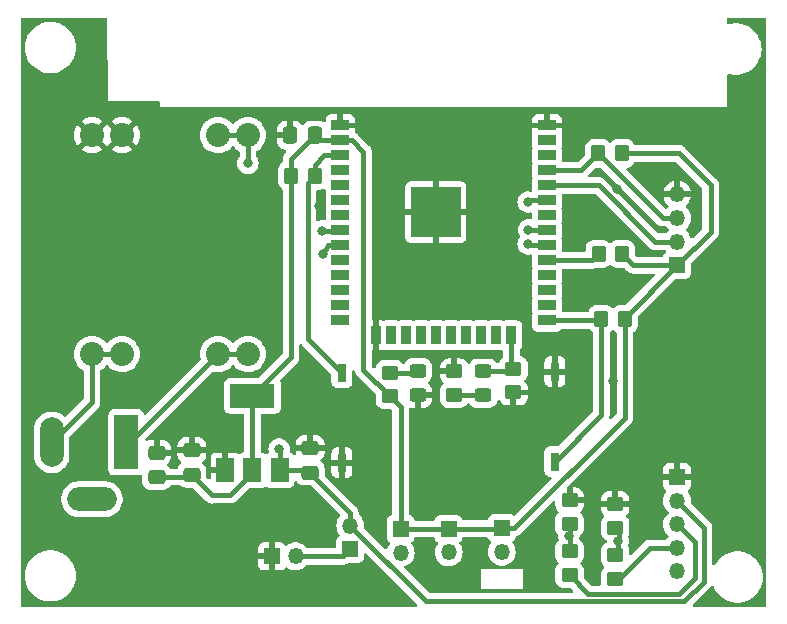
<source format=gbr>
%TF.GenerationSoftware,KiCad,Pcbnew,7.0.1*%
%TF.CreationDate,2023-03-21T16:33:25+01:00*%
%TF.ProjectId,Laserdinges,4c617365-7264-4696-9e67-65732e6b6963,rev?*%
%TF.SameCoordinates,Original*%
%TF.FileFunction,Copper,L1,Top*%
%TF.FilePolarity,Positive*%
%FSLAX46Y46*%
G04 Gerber Fmt 4.6, Leading zero omitted, Abs format (unit mm)*
G04 Created by KiCad (PCBNEW 7.0.1) date 2023-03-21 16:33:25*
%MOMM*%
%LPD*%
G01*
G04 APERTURE LIST*
G04 Aperture macros list*
%AMRoundRect*
0 Rectangle with rounded corners*
0 $1 Rounding radius*
0 $2 $3 $4 $5 $6 $7 $8 $9 X,Y pos of 4 corners*
0 Add a 4 corners polygon primitive as box body*
4,1,4,$2,$3,$4,$5,$6,$7,$8,$9,$2,$3,0*
0 Add four circle primitives for the rounded corners*
1,1,$1+$1,$2,$3*
1,1,$1+$1,$4,$5*
1,1,$1+$1,$6,$7*
1,1,$1+$1,$8,$9*
0 Add four rect primitives between the rounded corners*
20,1,$1+$1,$2,$3,$4,$5,0*
20,1,$1+$1,$4,$5,$6,$7,0*
20,1,$1+$1,$6,$7,$8,$9,0*
20,1,$1+$1,$8,$9,$2,$3,0*%
G04 Aperture macros list end*
%TA.AperFunction,SMDPad,CuDef*%
%ADD10R,1.500000X0.900000*%
%TD*%
%TA.AperFunction,SMDPad,CuDef*%
%ADD11R,0.900000X1.500000*%
%TD*%
%TA.AperFunction,HeatsinkPad*%
%ADD12C,0.600000*%
%TD*%
%TA.AperFunction,SMDPad,CuDef*%
%ADD13R,1.050000X1.050000*%
%TD*%
%TA.AperFunction,SMDPad,CuDef*%
%ADD14R,4.200000X4.200000*%
%TD*%
%TA.AperFunction,ComponentPad*%
%ADD15O,1.350000X1.350000*%
%TD*%
%TA.AperFunction,ComponentPad*%
%ADD16R,1.350000X1.350000*%
%TD*%
%TA.AperFunction,SMDPad,CuDef*%
%ADD17RoundRect,0.250000X0.350000X0.450000X-0.350000X0.450000X-0.350000X-0.450000X0.350000X-0.450000X0*%
%TD*%
%TA.AperFunction,SMDPad,CuDef*%
%ADD18RoundRect,0.250000X-0.350000X-0.450000X0.350000X-0.450000X0.350000X0.450000X-0.350000X0.450000X0*%
%TD*%
%TA.AperFunction,SMDPad,CuDef*%
%ADD19RoundRect,0.250000X-0.475000X0.337500X-0.475000X-0.337500X0.475000X-0.337500X0.475000X0.337500X0*%
%TD*%
%TA.AperFunction,SMDPad,CuDef*%
%ADD20RoundRect,0.250000X0.450000X-0.325000X0.450000X0.325000X-0.450000X0.325000X-0.450000X-0.325000X0*%
%TD*%
%TA.AperFunction,SMDPad,CuDef*%
%ADD21RoundRect,0.250000X0.450000X-0.350000X0.450000X0.350000X-0.450000X0.350000X-0.450000X-0.350000X0*%
%TD*%
%TA.AperFunction,ComponentPad*%
%ADD22R,2.000000X4.600000*%
%TD*%
%TA.AperFunction,ComponentPad*%
%ADD23O,2.000000X4.200000*%
%TD*%
%TA.AperFunction,ComponentPad*%
%ADD24O,4.200000X2.000000*%
%TD*%
%TA.AperFunction,SMDPad,CuDef*%
%ADD25R,0.760000X1.600000*%
%TD*%
%TA.AperFunction,SMDPad,CuDef*%
%ADD26RoundRect,0.250000X-0.450000X0.350000X-0.450000X-0.350000X0.450000X-0.350000X0.450000X0.350000X0*%
%TD*%
%TA.AperFunction,SMDPad,CuDef*%
%ADD27RoundRect,0.250000X0.475000X-0.337500X0.475000X0.337500X-0.475000X0.337500X-0.475000X-0.337500X0*%
%TD*%
%TA.AperFunction,ComponentPad*%
%ADD28C,2.032000*%
%TD*%
%TA.AperFunction,SMDPad,CuDef*%
%ADD29R,1.500000X2.000000*%
%TD*%
%TA.AperFunction,SMDPad,CuDef*%
%ADD30R,3.800000X2.000000*%
%TD*%
%TA.AperFunction,SMDPad,CuDef*%
%ADD31RoundRect,0.250000X0.337500X0.475000X-0.337500X0.475000X-0.337500X-0.475000X0.337500X-0.475000X0*%
%TD*%
%TA.AperFunction,ViaPad*%
%ADD32C,0.800000*%
%TD*%
%TA.AperFunction,Conductor*%
%ADD33C,0.406400*%
%TD*%
G04 APERTURE END LIST*
D10*
%TO.P,U1,1,GND*%
%TO.N,GND*%
X105058400Y-64632600D03*
%TO.P,U1,2,VDD*%
%TO.N,+3.3V*%
X105058400Y-65902600D03*
%TO.P,U1,3,EN*%
%TO.N,/EN*%
X105058400Y-67172600D03*
%TO.P,U1,4,SENSOR_VP*%
%TO.N,VP*%
X105058400Y-68442600D03*
%TO.P,U1,5,SENSOR_VN*%
%TO.N,VN*%
X105058400Y-69712600D03*
%TO.P,U1,6,IO34*%
%TO.N,A6*%
X105058400Y-70982600D03*
%TO.P,U1,7,IO35*%
%TO.N,A7*%
X105058400Y-72252600D03*
%TO.P,U1,8,IO32*%
%TO.N,A4*%
X105058400Y-73522600D03*
%TO.P,U1,9,IO33*%
%TO.N,A5*%
X105058400Y-74792600D03*
%TO.P,U1,10,IO25*%
%TO.N,A8*%
X105058400Y-76062600D03*
%TO.P,U1,11,IO26*%
%TO.N,A9*%
X105058400Y-77332600D03*
%TO.P,U1,12,IO27*%
%TO.N,GPIO27*%
X105058400Y-78602600D03*
%TO.P,U1,13,IO14*%
%TO.N,GPIO14*%
X105058400Y-79872600D03*
%TO.P,U1,14,IO12*%
%TO.N,GPIO12*%
X105058400Y-81142600D03*
D11*
%TO.P,U1,15,GND*%
%TO.N,GND*%
X108098400Y-82392600D03*
%TO.P,U1,16,IO13*%
%TO.N,GPIO13*%
X109368400Y-82392600D03*
%TO.P,U1,17,SHD/SD2*%
%TO.N,unconnected-(U1-SHD{slash}SD2-Pad17)*%
X110638400Y-82392600D03*
%TO.P,U1,18,SWP/SD3*%
%TO.N,unconnected-(U1-SWP{slash}SD3-Pad18)*%
X111908400Y-82392600D03*
%TO.P,U1,19,SCS/CMD*%
%TO.N,unconnected-(U1-SCS{slash}CMD-Pad19)*%
X113178400Y-82392600D03*
%TO.P,U1,20,SCK/CLK*%
%TO.N,unconnected-(U1-SCK{slash}CLK-Pad20)*%
X114448400Y-82392600D03*
%TO.P,U1,21,SDO/SD0*%
%TO.N,unconnected-(U1-SDO{slash}SD0-Pad21)*%
X115718400Y-82392600D03*
%TO.P,U1,22,SDI/SD1*%
%TO.N,unconnected-(U1-SDI{slash}SD1-Pad22)*%
X116988400Y-82392600D03*
%TO.P,U1,23,IO15*%
%TO.N,GPIO15*%
X118258400Y-82392600D03*
%TO.P,U1,24,IO2*%
%TO.N,GPIO2*%
X119528400Y-82392600D03*
D10*
%TO.P,U1,25,IO0*%
%TO.N,GPIO0*%
X122558400Y-81142600D03*
%TO.P,U1,26,IO4*%
%TO.N,GPIO4*%
X122558400Y-79872600D03*
%TO.P,U1,27,IO16*%
%TO.N,RX2*%
X122558400Y-78602600D03*
%TO.P,U1,28,IO17*%
%TO.N,TX2*%
X122558400Y-77332600D03*
%TO.P,U1,29,IO5*%
%TO.N,GPIO5*%
X122558400Y-76062600D03*
%TO.P,U1,30,IO18*%
%TO.N,GPIO18*%
X122558400Y-74792600D03*
%TO.P,U1,31,IO19*%
%TO.N,GPIO19*%
X122558400Y-73522600D03*
%TO.P,U1,32,NC*%
%TO.N,unconnected-(U1-NC-Pad32)*%
X122558400Y-72252600D03*
%TO.P,U1,33,IO21*%
%TO.N,GPIO21*%
X122558400Y-70982600D03*
%TO.P,U1,34,RXD0/IO3*%
%TO.N,RX0*%
X122558400Y-69712600D03*
%TO.P,U1,35,TXD0/IO1*%
%TO.N,TX0*%
X122558400Y-68442600D03*
%TO.P,U1,36,IO22*%
%TO.N,GPIO22*%
X122558400Y-67172600D03*
%TO.P,U1,37,IO23*%
%TO.N,GPIO23*%
X122558400Y-65902600D03*
%TO.P,U1,38,GND*%
%TO.N,GND*%
X122558400Y-64632600D03*
D12*
%TO.P,U1,39,GND*%
X111603400Y-71210100D03*
X113890900Y-73497600D03*
D13*
X111603400Y-70447600D03*
D12*
X113890900Y-70447600D03*
X111603400Y-72735100D03*
D13*
X114653400Y-73497600D03*
X113128400Y-73497600D03*
D12*
X112365900Y-73497600D03*
X112365900Y-70447600D03*
X114653400Y-71210100D03*
X113128400Y-72735100D03*
D13*
X114653400Y-71972600D03*
X111603400Y-71972600D03*
X111603400Y-73497600D03*
X114653400Y-70447600D03*
D12*
X113890900Y-71972600D03*
D13*
X113128400Y-70447600D03*
D12*
X112365900Y-71972600D03*
D14*
X113128400Y-71972600D03*
D12*
X114653400Y-72735100D03*
D13*
X113128400Y-71972600D03*
D12*
X113128400Y-71210100D03*
%TD*%
D15*
%TO.P,SW3,2,B*%
%TO.N,VDD*%
X105902200Y-98511800D03*
D16*
%TO.P,SW3,1,A*%
%TO.N,Net-(SW3-A)*%
X105902200Y-100511800D03*
%TD*%
%TO.P,J1,1,Pin_1*%
%TO.N,+3.3V*%
X133588200Y-76460800D03*
D15*
%TO.P,J1,2,Pin_2*%
%TO.N,RX0*%
X133588200Y-74460800D03*
%TO.P,J1,3,Pin_3*%
%TO.N,TX0*%
X133588200Y-72460800D03*
%TO.P,J1,4,Pin_4*%
%TO.N,GND*%
X133588200Y-70460800D03*
%TD*%
D17*
%TO.P,R5,1*%
%TO.N,+3.3V*%
X128898600Y-66999800D03*
%TO.P,R5,2*%
%TO.N,TX0*%
X126898600Y-66999800D03*
%TD*%
D18*
%TO.P,R1,1*%
%TO.N,+3.3V*%
X100879600Y-68879400D03*
%TO.P,R1,2*%
%TO.N,/EN*%
X102879600Y-68879400D03*
%TD*%
D19*
%TO.P,C3,1*%
%TO.N,GND*%
X92491000Y-92120400D03*
%TO.P,C3,2*%
%TO.N,+3.3V*%
X92491000Y-94195400D03*
%TD*%
D20*
%TO.P,D1,1,K*%
%TO.N,Net-(D1-K)*%
X117154400Y-87490200D03*
%TO.P,D1,2,A*%
%TO.N,GPIO2*%
X117154400Y-85440200D03*
%TD*%
%TO.P,D2,1,K*%
%TO.N,GND*%
X111642600Y-87455800D03*
%TO.P,D2,2,A*%
%TO.N,Net-(D2-A)*%
X111642600Y-85405800D03*
%TD*%
D17*
%TO.P,R2,1*%
%TO.N,+3.3V*%
X129152600Y-81020600D03*
%TO.P,R2,2*%
%TO.N,GPIO0*%
X127152600Y-81020600D03*
%TD*%
D21*
%TO.P,R3,1*%
%TO.N,GND*%
X119719800Y-87237000D03*
%TO.P,R3,2*%
%TO.N,GPIO2*%
X119719800Y-85237000D03*
%TD*%
%TO.P,R7,1*%
%TO.N,Net-(D1-K)*%
X114716000Y-87456200D03*
%TO.P,R7,2*%
%TO.N,GND*%
X114716000Y-85456200D03*
%TD*%
D22*
%TO.P,J2,1*%
%TO.N,Net-(J2-Pad1)*%
X86928400Y-91460000D03*
D23*
%TO.P,J2,2*%
%TO.N,Net-(J2-Pad2)*%
X80628400Y-91460000D03*
D24*
%TO.P,J2,3*%
%TO.N,N/C*%
X84028400Y-96260000D03*
%TD*%
D25*
%TO.P,SW2,1,1*%
%TO.N,GPIO0*%
X123225000Y-93085600D03*
%TO.P,SW2,2,2*%
%TO.N,GND*%
X123225000Y-85465600D03*
%TD*%
D26*
%TO.P,R8,1*%
%TO.N,GND*%
X128330400Y-96692400D03*
%TO.P,R8,2*%
%TO.N,A4*%
X128330400Y-98692400D03*
%TD*%
D27*
%TO.P,C4,1*%
%TO.N,+3.3V*%
X89519200Y-94402500D03*
%TO.P,C4,2*%
%TO.N,GND*%
X89519200Y-92327500D03*
%TD*%
D17*
%TO.P,R6,1*%
%TO.N,+3.3V*%
X128924000Y-75508800D03*
%TO.P,R6,2*%
%TO.N,GPIO5*%
X126924000Y-75508800D03*
%TD*%
D28*
%TO.P,U4,1,IN-*%
%TO.N,Net-(J2-Pad2)*%
X84032800Y-83992400D03*
%TO.P,U4,2,IN-*%
X86572800Y-83992400D03*
%TO.P,U4,3,IN+*%
%TO.N,Net-(J2-Pad1)*%
X94700800Y-83992400D03*
%TO.P,U4,4,IN+*%
X97240800Y-83992400D03*
%TO.P,U4,5,OUT+*%
%TO.N,VDD*%
X97240800Y-65450400D03*
%TO.P,U4,6,OUT+*%
X94700800Y-65450400D03*
%TO.P,U4,7,OUT-*%
%TO.N,GND*%
X86572800Y-65450400D03*
%TO.P,U4,8,OUT-*%
X84032800Y-65450400D03*
%TD*%
D29*
%TO.P,U2,1,GND*%
%TO.N,GND*%
X95321800Y-93823000D03*
D30*
%TO.P,U2,2,VO*%
%TO.N,+3.3V*%
X97621800Y-87523000D03*
D29*
X97621800Y-93823000D03*
%TO.P,U2,3,VI*%
%TO.N,VDD*%
X99921800Y-93823000D03*
%TD*%
D26*
%TO.P,R11,1*%
%TO.N,A5*%
X124469600Y-100696200D03*
%TO.P,R11,2*%
%TO.N,Net-(U3-VRX)*%
X124469600Y-102696200D03*
%TD*%
D31*
%TO.P,C1,1*%
%TO.N,+3.3V*%
X102879600Y-65450400D03*
%TO.P,C1,2*%
%TO.N,GND*%
X100804600Y-65450400D03*
%TD*%
D25*
%TO.P,SW1,1,1*%
%TO.N,/EN*%
X105191000Y-85567200D03*
%TO.P,SW1,2,2*%
%TO.N,GND*%
X105191000Y-93187200D03*
%TD*%
D27*
%TO.P,C2,1*%
%TO.N,VDD*%
X102498600Y-94017600D03*
%TO.P,C2,2*%
%TO.N,GND*%
X102498600Y-91942600D03*
%TD*%
D26*
%TO.P,R9,1*%
%TO.N,A4*%
X128330400Y-101010400D03*
%TO.P,R9,2*%
%TO.N,Net-(U3-VRY)*%
X128330400Y-103010400D03*
%TD*%
%TO.P,R10,1*%
%TO.N,GND*%
X124469600Y-96378200D03*
%TO.P,R10,2*%
%TO.N,A5*%
X124469600Y-98378200D03*
%TD*%
D21*
%TO.P,R4,1*%
%TO.N,+3.3V*%
X109255000Y-87557800D03*
%TO.P,R4,2*%
%TO.N,Net-(D2-A)*%
X109255000Y-85557800D03*
%TD*%
D15*
%TO.P,SW4,2*%
%TO.N,GPIO19*%
X110169400Y-100791200D03*
D16*
%TO.P,SW4,1*%
%TO.N,+3.3V*%
X110169400Y-98791200D03*
%TD*%
D15*
%TO.P,SW5,2*%
%TO.N,GPIO18*%
X114233400Y-100775200D03*
D16*
%TO.P,SW5,1*%
%TO.N,+3.3V*%
X114233400Y-98775200D03*
%TD*%
D15*
%TO.P,SW6,2*%
%TO.N,GPIO21*%
X118729200Y-100724400D03*
D16*
%TO.P,SW6,1*%
%TO.N,+3.3V*%
X118729200Y-98724400D03*
%TD*%
D15*
%TO.P,U3,5,SW*%
%TO.N,unconnected-(U3-SW-Pad5)*%
X133562800Y-102394200D03*
%TO.P,U3,4,VRY*%
%TO.N,Net-(U3-VRY)*%
X133562800Y-100394200D03*
%TO.P,U3,3,VRX*%
%TO.N,Net-(U3-VRX)*%
X133562800Y-98394200D03*
%TO.P,U3,2,+5V*%
%TO.N,VDD*%
X133562800Y-96394200D03*
D16*
%TO.P,U3,1,GND*%
%TO.N,GND*%
X133562800Y-94394200D03*
%TD*%
D15*
%TO.P,U5,2,S*%
%TO.N,Net-(SW3-A)*%
X101279400Y-101112000D03*
D16*
%TO.P,U5,1,-*%
%TO.N,GND*%
X99279400Y-101112000D03*
%TD*%
D32*
%TO.N,GND*%
X111252000Y-66548000D03*
X138430000Y-97536000D03*
X92710000Y-88900000D03*
X82804000Y-92964000D03*
X80264000Y-79756000D03*
X137922000Y-65278000D03*
X128457400Y-70022400D03*
X126425400Y-71978200D03*
X128178000Y-86303800D03*
X126247600Y-78150400D03*
%TO.N,VDD*%
X97240800Y-67838000D03*
X99882400Y-92018800D03*
%TO.N,GND*%
X121675600Y-99969000D03*
X103286000Y-71444800D03*
X119135600Y-92095000D03*
%TO.N,A4*%
X103489200Y-73553000D03*
%TO.N,GND*%
X107324600Y-91942600D03*
X115528800Y-92831600D03*
X135772600Y-84119400D03*
X81289600Y-68498400D03*
X90230400Y-103372600D03*
%TO.N,GPIO18*%
X120964400Y-74670600D03*
%TO.N,GPIO21*%
X120964400Y-71114600D03*
%TO.N,GPIO19*%
X120989800Y-73476800D03*
%TO.N,A4*%
X128609800Y-99816600D03*
%TO.N,A5*%
X124418800Y-99410200D03*
%TO.N,GND*%
X102092200Y-86126000D03*
X124901400Y-84906800D03*
X113090400Y-71978200D03*
%TO.N,A5*%
X103590800Y-75508800D03*
%TO.N,GND*%
X90967000Y-75178600D03*
X116494000Y-76956600D03*
%TD*%
D33*
%TO.N,Net-(U3-VRX)*%
X135061400Y-99892800D02*
X133562800Y-98394200D01*
X133732000Y-104295600D02*
X135061400Y-102966200D01*
X135061400Y-102966200D02*
X135061400Y-99892800D01*
X126069000Y-104295600D02*
X133732000Y-104295600D01*
X124469600Y-102696200D02*
X126069000Y-104295600D01*
%TO.N,VDD*%
X134192400Y-104902000D02*
X112292400Y-104902000D01*
X135848800Y-103245600D02*
X134192400Y-104902000D01*
X112292400Y-104902000D02*
X105902200Y-98511800D01*
X135848800Y-98680200D02*
X135848800Y-103245600D01*
X133562800Y-96394200D02*
X135848800Y-98680200D01*
%TO.N,Net-(U3-VRY)*%
X128686000Y-103010400D02*
X131302200Y-100394200D01*
X128330400Y-103010400D02*
X128686000Y-103010400D01*
%TO.N,A4*%
X128609800Y-100731000D02*
X128609800Y-99816600D01*
X128330400Y-101010400D02*
X128609800Y-100731000D01*
%TO.N,Net-(U3-VRY)*%
X131302200Y-100394200D02*
X133562800Y-100394200D01*
%TO.N,A4*%
X128686000Y-99048000D02*
X128330400Y-98692400D01*
X128686000Y-99740400D02*
X128686000Y-99048000D01*
X128609800Y-99816600D02*
X128686000Y-99740400D01*
X104501342Y-73522600D02*
X105058400Y-73522600D01*
X103489200Y-73553000D02*
X104470942Y-73553000D01*
X104470942Y-73553000D02*
X104501342Y-73522600D01*
%TO.N,VDD*%
X99921800Y-92058200D02*
X99921800Y-93823000D01*
X99882400Y-92018800D02*
X99921800Y-92058200D01*
%TO.N,GPIO18*%
X120964400Y-74670600D02*
X121086400Y-74792600D01*
X121086400Y-74792600D02*
X122558400Y-74792600D01*
%TO.N,GPIO21*%
X121096400Y-70982600D02*
X122558400Y-70982600D01*
X120964400Y-71114600D02*
X121096400Y-70982600D01*
%TO.N,Net-(J2-Pad1)*%
X86928400Y-91460000D02*
X87233200Y-91460000D01*
%TO.N,VDD*%
X97240800Y-65450400D02*
X97240800Y-67838000D01*
%TO.N,Net-(J2-Pad1)*%
X87233200Y-91460000D02*
X94700800Y-83992400D01*
X97240800Y-83992400D02*
X94700800Y-83992400D01*
%TO.N,Net-(SW3-A)*%
X105302000Y-101112000D02*
X105902200Y-100511800D01*
X101279400Y-101112000D02*
X105302000Y-101112000D01*
%TO.N,VDD*%
X105902200Y-97421200D02*
X102498600Y-94017600D01*
X105902200Y-98511800D02*
X105902200Y-97421200D01*
%TO.N,/EN*%
X103646600Y-67172600D02*
X105058400Y-67172600D01*
X102879600Y-67939600D02*
X103646600Y-67172600D01*
X102879600Y-68879400D02*
X102879600Y-67939600D01*
%TO.N,+3.3V*%
X102879600Y-65450400D02*
X103331800Y-65902600D01*
X103331800Y-65902600D02*
X105058400Y-65902600D01*
%TO.N,GPIO19*%
X121035600Y-73522600D02*
X120989800Y-73476800D01*
X122558400Y-73522600D02*
X121035600Y-73522600D01*
%TO.N,+3.3V*%
X129152600Y-89357000D02*
X129152600Y-81020600D01*
X119785200Y-98724400D02*
X129152600Y-89357000D01*
X118729200Y-98724400D02*
X119785200Y-98724400D01*
%TO.N,A5*%
X124469600Y-99359400D02*
X124469600Y-98378200D01*
X124418800Y-99410200D02*
X124469600Y-99359400D01*
X124469600Y-99461000D02*
X124418800Y-99410200D01*
X124469600Y-100696200D02*
X124469600Y-99461000D01*
%TO.N,+3.3V*%
X118678400Y-98775200D02*
X118729200Y-98724400D01*
X114233400Y-98775200D02*
X118678400Y-98775200D01*
X114217400Y-98791200D02*
X114233400Y-98775200D01*
X110169400Y-98791200D02*
X114217400Y-98791200D01*
X110169400Y-88472200D02*
X110169400Y-98791200D01*
X109255000Y-87557800D02*
X110169400Y-88472200D01*
X100879600Y-67450400D02*
X100879600Y-68879400D01*
X102879600Y-65450400D02*
X100879600Y-67450400D01*
%TO.N,/EN*%
X102295400Y-82671600D02*
X102295400Y-69463600D01*
X102295400Y-69463600D02*
X102879600Y-68879400D01*
%TO.N,A5*%
X104053000Y-74792600D02*
X103590800Y-75508800D01*
X105058400Y-74792600D02*
X104053000Y-74792600D01*
%TO.N,/EN*%
X105191000Y-85567200D02*
X102295400Y-82671600D01*
%TO.N,GND*%
X114653400Y-70447600D02*
X114653400Y-71210100D01*
%TO.N,+3.3V*%
X106058400Y-65902600D02*
X107012600Y-66856800D01*
X107012600Y-66856800D02*
X107012600Y-85315400D01*
X107012600Y-85315400D02*
X109255000Y-87557800D01*
X105058400Y-65902600D02*
X106058400Y-65902600D01*
%TO.N,RX0*%
X133588200Y-74460800D02*
X131702000Y-74460800D01*
X126953800Y-69712600D02*
X122558400Y-69712600D01*
X131702000Y-74460800D02*
X126953800Y-69712600D01*
%TO.N,Net-(J2-Pad2)*%
X84032800Y-83992400D02*
X84032800Y-88055600D01*
X84032800Y-83992400D02*
X86572800Y-83992400D01*
%TO.N,+3.3V*%
X129152600Y-80896400D02*
X133588200Y-76460800D01*
%TO.N,Net-(J2-Pad2)*%
X84032800Y-88055600D02*
X80628400Y-91460000D01*
%TO.N,+3.3V*%
X129152600Y-81020600D02*
X129152600Y-80896400D01*
%TO.N,TX0*%
X132359600Y-72460800D02*
X126898600Y-66999800D01*
%TO.N,+3.3V*%
X128924000Y-75508800D02*
X129876000Y-76460800D01*
%TO.N,TX0*%
X133588200Y-72460800D02*
X132359600Y-72460800D01*
%TO.N,+3.3V*%
X129876000Y-76460800D02*
X133588200Y-76460800D01*
%TO.N,GPIO0*%
X122558400Y-81142600D02*
X127030600Y-81142600D01*
X127030600Y-81142600D02*
X127152600Y-81020600D01*
%TO.N,GPIO5*%
X126370200Y-76062600D02*
X126924000Y-75508800D01*
X122558400Y-76062600D02*
X126370200Y-76062600D01*
%TO.N,GPIO2*%
X119516600Y-85440200D02*
X119719800Y-85237000D01*
X117154400Y-85440200D02*
X119516600Y-85440200D01*
%TO.N,Net-(D1-K)*%
X117120400Y-87456200D02*
X117154400Y-87490200D01*
X114716000Y-87456200D02*
X117120400Y-87456200D01*
%TO.N,+3.3V*%
X97621800Y-94054000D02*
X97621800Y-93823000D01*
X92491000Y-94195400D02*
X94226000Y-95930400D01*
X94226000Y-95930400D02*
X95745400Y-95930400D01*
X95745400Y-95930400D02*
X97621800Y-94054000D01*
%TO.N,Net-(D2-A)*%
X109255000Y-85557800D02*
X111490600Y-85557800D01*
X111490600Y-85557800D02*
X111642600Y-85405800D01*
%TO.N,+3.3V*%
X133588200Y-76460800D02*
X136407600Y-73641400D01*
%TO.N,TX0*%
X122558400Y-68442600D02*
X125455800Y-68442600D01*
X125455800Y-68442600D02*
X126898600Y-66999800D01*
%TO.N,+3.3V*%
X136407600Y-73641400D02*
X136407600Y-69666800D01*
X89519200Y-94402500D02*
X92283900Y-94402500D01*
X92283900Y-94402500D02*
X92491000Y-94195400D01*
X136407600Y-69666800D02*
X133740600Y-66999800D01*
X133740600Y-66999800D02*
X128898600Y-66999800D01*
%TO.N,GND*%
X111603400Y-70447600D02*
X111603400Y-71210100D01*
%TO.N,VDD*%
X94700800Y-65450400D02*
X97240800Y-65450400D01*
%TO.N,GPIO0*%
X123225000Y-93085600D02*
X127152600Y-89158000D01*
X127152600Y-89158000D02*
X127152600Y-81020600D01*
%TO.N,GPIO2*%
X119528400Y-85045600D02*
X119528400Y-82392600D01*
X119719800Y-85237000D02*
X119528400Y-85045600D01*
%TO.N,GND*%
X113890900Y-70447600D02*
X114653400Y-71210100D01*
X111603400Y-73497600D02*
X113128400Y-71972600D01*
X114653400Y-72735100D02*
X113890900Y-73497600D01*
%TO.N,+3.3V*%
X97621800Y-90977400D02*
X97621800Y-87523000D01*
X97621800Y-93823000D02*
X97621800Y-90977400D01*
%TO.N,GND*%
X112365900Y-73497600D02*
X113890900Y-73497600D01*
X114653400Y-73497600D02*
X114653400Y-72735100D01*
%TO.N,+3.3V*%
X100879600Y-84265200D02*
X97621800Y-87523000D01*
X100879600Y-68879400D02*
X100879600Y-84265200D01*
%TO.N,VDD*%
X102304000Y-93823000D02*
X102498600Y-94017600D01*
X99921800Y-93823000D02*
X102304000Y-93823000D01*
%TO.N,GND*%
X111603400Y-71210100D02*
X112365900Y-70447600D01*
%TD*%
%TA.AperFunction,Conductor*%
%TO.N,GND*%
G36*
X85253304Y-55510376D02*
G01*
X85298594Y-55554931D01*
X85315874Y-55616068D01*
X85430000Y-62580000D01*
X89684400Y-62580000D01*
X89746400Y-62596613D01*
X89791787Y-62642000D01*
X89808400Y-62704000D01*
X89808400Y-63082600D01*
X137808400Y-63082600D01*
X137808400Y-60377173D01*
X137821344Y-60322013D01*
X137857475Y-60278369D01*
X137909248Y-60255354D01*
X137965853Y-60257770D01*
X138103155Y-60296241D01*
X138397346Y-60336677D01*
X138694302Y-60336677D01*
X138988493Y-60296241D01*
X139274438Y-60216123D01*
X139546810Y-60097815D01*
X139800536Y-59943521D01*
X140030888Y-59756116D01*
X140233577Y-59539089D01*
X140404826Y-59296484D01*
X140541446Y-59032821D01*
X140640890Y-58753010D01*
X140701308Y-58462264D01*
X140721573Y-58166000D01*
X140701308Y-57869736D01*
X140662373Y-57682374D01*
X140640890Y-57578989D01*
X140541447Y-57299182D01*
X140541446Y-57299179D01*
X140404826Y-57035516D01*
X140404824Y-57035512D01*
X140233578Y-56792911D01*
X140030888Y-56575884D01*
X139800536Y-56388479D01*
X139546810Y-56234185D01*
X139274438Y-56115877D01*
X139125794Y-56074229D01*
X138988491Y-56035758D01*
X138694302Y-55995323D01*
X138397346Y-55995323D01*
X138103156Y-56035758D01*
X138011573Y-56061418D01*
X137965853Y-56074229D01*
X137909248Y-56076646D01*
X137857475Y-56053631D01*
X137821344Y-56009987D01*
X137808400Y-55954827D01*
X137808400Y-55618100D01*
X137825013Y-55556100D01*
X137870400Y-55510713D01*
X137932400Y-55494100D01*
X141007500Y-55494100D01*
X141069500Y-55510713D01*
X141114887Y-55556100D01*
X141131500Y-55618100D01*
X141131500Y-105254700D01*
X141114887Y-105316700D01*
X141069500Y-105362087D01*
X141007500Y-105378700D01*
X135010244Y-105378700D01*
X134953949Y-105365185D01*
X134909926Y-105327585D01*
X134887771Y-105274098D01*
X134892313Y-105216382D01*
X134922563Y-105167019D01*
X135211110Y-104878472D01*
X136328722Y-103760858D01*
X136334160Y-103755740D01*
X136379395Y-103715666D01*
X136413747Y-103665895D01*
X136418138Y-103659930D01*
X136446267Y-103624027D01*
X136498764Y-103585001D01*
X136563819Y-103578120D01*
X136623322Y-103605301D01*
X136660713Y-103658980D01*
X136688376Y-103736817D01*
X136824999Y-104000487D01*
X136996245Y-104243088D01*
X137194791Y-104455678D01*
X137198936Y-104460116D01*
X137429288Y-104647521D01*
X137683014Y-104801815D01*
X137955386Y-104920123D01*
X138241331Y-105000241D01*
X138535522Y-105040677D01*
X138832478Y-105040677D01*
X139126669Y-105000241D01*
X139412614Y-104920123D01*
X139684986Y-104801815D01*
X139938712Y-104647521D01*
X140169064Y-104460116D01*
X140371753Y-104243089D01*
X140403369Y-104198300D01*
X140543000Y-104000487D01*
X140543002Y-104000484D01*
X140679622Y-103736821D01*
X140779066Y-103457010D01*
X140839484Y-103166264D01*
X140859749Y-102870000D01*
X140839484Y-102573736D01*
X140791134Y-102341065D01*
X140779066Y-102282989D01*
X140679623Y-102003182D01*
X140679622Y-102003179D01*
X140543002Y-101739516D01*
X140543000Y-101739512D01*
X140371754Y-101496911D01*
X140169064Y-101279884D01*
X140092579Y-101217659D01*
X139938712Y-101092479D01*
X139684986Y-100938185D01*
X139412614Y-100819877D01*
X139253156Y-100775199D01*
X139126667Y-100739758D01*
X138832478Y-100699323D01*
X138535522Y-100699323D01*
X138241332Y-100739758D01*
X138007235Y-100805349D01*
X137955386Y-100819877D01*
X137955384Y-100819877D01*
X137955383Y-100819878D01*
X137683013Y-100938185D01*
X137429289Y-101092478D01*
X137198935Y-101279884D01*
X136996245Y-101496911D01*
X136824999Y-101739512D01*
X136786598Y-101813624D01*
X136742369Y-101861634D01*
X136679887Y-101880530D01*
X136616466Y-101865074D01*
X136569682Y-101819551D01*
X136552500Y-101756576D01*
X136552500Y-98705199D01*
X136552726Y-98697713D01*
X136556374Y-98637399D01*
X136545483Y-98577969D01*
X136544356Y-98570563D01*
X136537070Y-98510558D01*
X136533442Y-98500993D01*
X136527411Y-98479359D01*
X136525570Y-98469310D01*
X136500772Y-98414209D01*
X136497907Y-98407292D01*
X136476471Y-98350773D01*
X136470661Y-98342356D01*
X136459632Y-98322800D01*
X136455436Y-98313475D01*
X136418152Y-98265886D01*
X136413723Y-98259867D01*
X136379395Y-98210134D01*
X136356220Y-98189603D01*
X136334159Y-98170058D01*
X136328706Y-98164924D01*
X134768777Y-96604995D01*
X134739828Y-96559425D01*
X134732987Y-96505872D01*
X134733142Y-96504200D01*
X134743336Y-96394200D01*
X134724387Y-96189704D01*
X134723235Y-96177274D01*
X134663618Y-95967742D01*
X134566512Y-95772728D01*
X134484751Y-95664459D01*
X134460624Y-95604798D01*
X134469648Y-95541079D01*
X134509394Y-95490465D01*
X134594988Y-95426388D01*
X134681152Y-95311289D01*
X134731397Y-95176575D01*
X134737800Y-95117024D01*
X134737800Y-94644200D01*
X132387800Y-94644200D01*
X132387800Y-95117024D01*
X132394202Y-95176575D01*
X132444447Y-95311289D01*
X132530610Y-95426388D01*
X132616205Y-95490464D01*
X132655950Y-95541078D01*
X132664975Y-95604796D01*
X132640849Y-95664457D01*
X132559087Y-95772729D01*
X132461981Y-95967742D01*
X132402364Y-96177274D01*
X132382264Y-96394200D01*
X132402364Y-96611125D01*
X132461981Y-96820657D01*
X132559087Y-97015671D01*
X132690373Y-97189523D01*
X132814372Y-97302563D01*
X132850100Y-97360266D01*
X132850100Y-97428134D01*
X132814372Y-97485837D01*
X132690373Y-97598876D01*
X132559087Y-97772728D01*
X132461981Y-97967742D01*
X132402364Y-98177274D01*
X132382264Y-98394200D01*
X132402364Y-98611125D01*
X132461981Y-98820657D01*
X132559087Y-99015671D01*
X132690373Y-99189523D01*
X132814372Y-99302562D01*
X132850100Y-99360264D01*
X132850101Y-99428133D01*
X132814373Y-99485836D01*
X132690372Y-99598878D01*
X132680903Y-99611418D01*
X132663012Y-99635111D01*
X132658394Y-99641226D01*
X132614711Y-99677500D01*
X132559439Y-99690500D01*
X131327212Y-99690500D01*
X131319725Y-99690274D01*
X131259398Y-99686624D01*
X131199962Y-99697516D01*
X131192561Y-99698643D01*
X131132556Y-99705930D01*
X131122987Y-99709559D01*
X131101377Y-99715583D01*
X131091310Y-99717428D01*
X131036197Y-99742232D01*
X131029280Y-99745097D01*
X130972772Y-99766528D01*
X130964349Y-99772342D01*
X130944813Y-99783361D01*
X130935475Y-99787563D01*
X130887907Y-99824831D01*
X130881878Y-99829267D01*
X130832131Y-99863606D01*
X130792058Y-99908838D01*
X130786926Y-99914290D01*
X129742580Y-100958637D01*
X129693217Y-100988887D01*
X129635501Y-100993429D01*
X129582014Y-100971274D01*
X129544414Y-100927251D01*
X129530899Y-100870956D01*
X129530899Y-100610391D01*
X129520399Y-100507603D01*
X129505719Y-100463302D01*
X129465214Y-100341066D01*
X129442909Y-100304904D01*
X129424462Y-100241600D01*
X129435762Y-100198193D01*
X129432951Y-100197280D01*
X129441843Y-100169914D01*
X129495474Y-100004856D01*
X129515260Y-99816600D01*
X129495474Y-99628344D01*
X129446026Y-99476162D01*
X129440839Y-99423091D01*
X129458421Y-99372747D01*
X129465214Y-99361734D01*
X129520399Y-99195197D01*
X129530900Y-99092409D01*
X129530899Y-98292392D01*
X129520399Y-98189603D01*
X129465214Y-98023066D01*
X129383341Y-97890328D01*
X129373113Y-97873745D01*
X129357237Y-97857869D01*
X129279093Y-97779725D01*
X129247001Y-97724140D01*
X129247001Y-97659952D01*
X129279096Y-97604364D01*
X129372716Y-97510744D01*
X129464757Y-97361522D01*
X129519906Y-97195096D01*
X129530400Y-97092379D01*
X129530400Y-96942400D01*
X127130401Y-96942400D01*
X127130401Y-97092379D01*
X127140893Y-97195095D01*
X127196042Y-97361522D01*
X127288083Y-97510745D01*
X127381703Y-97604365D01*
X127413797Y-97659952D01*
X127413797Y-97724139D01*
X127381704Y-97779727D01*
X127287687Y-97873744D01*
X127195586Y-98023065D01*
X127140400Y-98189602D01*
X127129900Y-98292390D01*
X127129900Y-99092408D01*
X127140400Y-99195196D01*
X127195586Y-99361734D01*
X127287688Y-99511057D01*
X127411742Y-99635111D01*
X127446658Y-99656647D01*
X127561066Y-99727214D01*
X127580622Y-99733694D01*
X127632304Y-99766830D01*
X127661756Y-99820699D01*
X127661758Y-99882094D01*
X127632307Y-99935964D01*
X127580625Y-99969104D01*
X127561065Y-99975586D01*
X127411742Y-100067688D01*
X127287688Y-100191742D01*
X127195586Y-100341065D01*
X127140400Y-100507602D01*
X127129900Y-100610390D01*
X127129900Y-101410408D01*
X127140400Y-101513196D01*
X127195586Y-101679734D01*
X127287686Y-101829054D01*
X127287687Y-101829055D01*
X127287688Y-101829056D01*
X127381351Y-101922719D01*
X127413444Y-101978305D01*
X127413444Y-102042492D01*
X127381351Y-102098080D01*
X127287687Y-102191744D01*
X127195586Y-102341065D01*
X127140400Y-102507602D01*
X127129900Y-102610390D01*
X127129900Y-103410407D01*
X127134487Y-103455298D01*
X127122474Y-103522474D01*
X127076737Y-103573122D01*
X127011129Y-103591900D01*
X126411845Y-103591900D01*
X126364392Y-103582461D01*
X126324164Y-103555581D01*
X125706418Y-102937836D01*
X125679538Y-102897608D01*
X125670099Y-102850155D01*
X125670099Y-102296191D01*
X125659599Y-102193403D01*
X125650905Y-102167166D01*
X125604414Y-102026866D01*
X125526101Y-101899900D01*
X125512311Y-101877542D01*
X125418649Y-101783880D01*
X125386555Y-101728292D01*
X125386555Y-101664105D01*
X125418648Y-101608519D01*
X125512312Y-101514856D01*
X125604414Y-101365534D01*
X125659599Y-101198997D01*
X125670100Y-101096209D01*
X125670099Y-100296192D01*
X125659599Y-100193403D01*
X125604414Y-100026866D01*
X125533340Y-99911636D01*
X125512311Y-99877542D01*
X125388257Y-99753488D01*
X125359450Y-99735720D01*
X125320418Y-99697510D01*
X125301590Y-99646237D01*
X125304793Y-99611594D01*
X125303111Y-99611418D01*
X125304472Y-99598459D01*
X125304474Y-99598456D01*
X125323490Y-99417518D01*
X125341845Y-99364467D01*
X125381713Y-99324947D01*
X125388256Y-99320912D01*
X125512312Y-99196856D01*
X125604414Y-99047534D01*
X125659599Y-98880997D01*
X125670100Y-98778209D01*
X125670099Y-97978192D01*
X125669031Y-97967741D01*
X125659599Y-97875403D01*
X125627895Y-97779727D01*
X125604414Y-97708866D01*
X125541033Y-97606109D01*
X125512313Y-97559545D01*
X125495143Y-97542375D01*
X125418293Y-97465525D01*
X125386201Y-97409940D01*
X125386201Y-97345752D01*
X125418296Y-97290164D01*
X125511916Y-97196544D01*
X125603957Y-97047322D01*
X125659106Y-96880896D01*
X125669600Y-96778179D01*
X125669600Y-96628200D01*
X124343600Y-96628200D01*
X124281600Y-96611587D01*
X124236213Y-96566200D01*
X124219600Y-96504200D01*
X124219600Y-96442400D01*
X127130400Y-96442400D01*
X128080400Y-96442400D01*
X128080400Y-95592401D01*
X127830421Y-95592401D01*
X127727704Y-95602893D01*
X127561277Y-95658042D01*
X127412054Y-95750083D01*
X127288083Y-95874054D01*
X127196042Y-96023277D01*
X127140893Y-96189703D01*
X127130400Y-96292421D01*
X127130400Y-96442400D01*
X124219600Y-96442400D01*
X124219600Y-95336543D01*
X124229039Y-95289090D01*
X124236316Y-95278200D01*
X124719600Y-95278200D01*
X124719600Y-96128200D01*
X125669599Y-96128200D01*
X125669599Y-95978221D01*
X125659106Y-95875504D01*
X125603957Y-95709077D01*
X125531990Y-95592400D01*
X128580400Y-95592400D01*
X128580400Y-96442400D01*
X129530399Y-96442400D01*
X129530399Y-96292421D01*
X129519906Y-96189704D01*
X129464757Y-96023277D01*
X129372716Y-95874054D01*
X129248745Y-95750083D01*
X129099522Y-95658042D01*
X128933096Y-95602893D01*
X128830379Y-95592400D01*
X128580400Y-95592400D01*
X125531990Y-95592400D01*
X125511916Y-95559854D01*
X125387945Y-95435883D01*
X125238722Y-95343842D01*
X125072296Y-95288693D01*
X124969579Y-95278200D01*
X124719600Y-95278200D01*
X124236316Y-95278200D01*
X124255919Y-95248862D01*
X124956365Y-94548416D01*
X125360581Y-94144200D01*
X132387800Y-94144200D01*
X133312800Y-94144200D01*
X133312800Y-93219200D01*
X133812800Y-93219200D01*
X133812800Y-94144200D01*
X134737800Y-94144200D01*
X134737800Y-93671376D01*
X134731397Y-93611824D01*
X134681152Y-93477110D01*
X134594988Y-93362011D01*
X134479889Y-93275847D01*
X134345175Y-93225602D01*
X134285624Y-93219200D01*
X133812800Y-93219200D01*
X133312800Y-93219200D01*
X132839976Y-93219200D01*
X132780424Y-93225602D01*
X132645710Y-93275847D01*
X132530611Y-93362011D01*
X132444447Y-93477110D01*
X132394202Y-93611824D01*
X132387800Y-93671376D01*
X132387800Y-94144200D01*
X125360581Y-94144200D01*
X129632538Y-89872243D01*
X129637941Y-89867156D01*
X129683195Y-89827066D01*
X129717533Y-89777317D01*
X129721943Y-89771324D01*
X129759236Y-89723725D01*
X129763434Y-89714395D01*
X129774460Y-89694843D01*
X129780271Y-89686427D01*
X129801708Y-89629901D01*
X129804568Y-89622998D01*
X129829370Y-89567890D01*
X129831211Y-89557837D01*
X129837241Y-89536209D01*
X129840870Y-89526643D01*
X129848156Y-89466636D01*
X129849283Y-89459228D01*
X129860174Y-89399801D01*
X129856525Y-89339486D01*
X129856300Y-89332001D01*
X129856300Y-82203424D01*
X129872023Y-82142992D01*
X129915204Y-82097885D01*
X129971254Y-82063313D01*
X129971256Y-82063312D01*
X130095312Y-81939256D01*
X130187414Y-81789934D01*
X130242599Y-81623397D01*
X130253100Y-81520609D01*
X130253099Y-80842442D01*
X130262538Y-80794990D01*
X130289415Y-80754765D01*
X133371562Y-77672618D01*
X133411791Y-77645738D01*
X133459244Y-77636299D01*
X134311070Y-77636299D01*
X134311072Y-77636299D01*
X134370683Y-77629891D01*
X134505531Y-77579596D01*
X134620746Y-77493346D01*
X134706996Y-77378131D01*
X134757291Y-77243283D01*
X134763700Y-77183673D01*
X134763699Y-76331842D01*
X134773138Y-76284390D01*
X134800015Y-76244165D01*
X136887522Y-74156658D01*
X136892960Y-74151540D01*
X136938195Y-74111466D01*
X136972544Y-74061700D01*
X136976934Y-74055734D01*
X137014236Y-74008124D01*
X137018433Y-73998798D01*
X137029458Y-73979247D01*
X137035271Y-73970827D01*
X137056708Y-73914297D01*
X137059558Y-73907418D01*
X137084371Y-73852290D01*
X137086213Y-73842235D01*
X137092240Y-73820613D01*
X137095870Y-73811043D01*
X137103157Y-73751022D01*
X137104282Y-73743633D01*
X137115174Y-73684202D01*
X137114041Y-73665476D01*
X137111525Y-73623885D01*
X137111300Y-73616400D01*
X137111300Y-69691800D01*
X137111526Y-69684314D01*
X137112645Y-69665814D01*
X137115174Y-69624000D01*
X137104277Y-69564539D01*
X137103154Y-69557155D01*
X137095870Y-69497157D01*
X137092241Y-69487590D01*
X137086214Y-69465972D01*
X137084371Y-69455910D01*
X137059565Y-69400796D01*
X137056699Y-69393875D01*
X137051212Y-69379408D01*
X137035271Y-69337373D01*
X137029458Y-69328951D01*
X137018438Y-69309413D01*
X137014236Y-69300076D01*
X136976948Y-69252482D01*
X136972534Y-69246484D01*
X136938195Y-69196734D01*
X136892959Y-69156658D01*
X136887506Y-69151524D01*
X134255866Y-66519884D01*
X134250732Y-66514430D01*
X134210667Y-66469206D01*
X134160947Y-66434887D01*
X134154913Y-66430447D01*
X134107326Y-66393164D01*
X134097995Y-66388965D01*
X134078444Y-66377939D01*
X134070026Y-66372128D01*
X134013508Y-66350693D01*
X134006591Y-66347828D01*
X134003991Y-66346658D01*
X133992584Y-66341524D01*
X133951491Y-66323030D01*
X133941433Y-66321187D01*
X133919814Y-66315160D01*
X133910243Y-66311530D01*
X133850224Y-66304241D01*
X133842822Y-66303115D01*
X133783400Y-66292225D01*
X133723086Y-66295874D01*
X133715600Y-66296100D01*
X130043104Y-66296100D01*
X129982672Y-66280377D01*
X129937565Y-66237196D01*
X129841311Y-66081142D01*
X129717257Y-65957088D01*
X129567934Y-65864986D01*
X129401397Y-65809800D01*
X129298609Y-65799300D01*
X128498591Y-65799300D01*
X128395803Y-65809800D01*
X128229265Y-65864986D01*
X128079942Y-65957088D01*
X127986281Y-66050750D01*
X127930694Y-66082844D01*
X127866506Y-66082844D01*
X127810919Y-66050750D01*
X127717257Y-65957088D01*
X127567934Y-65864986D01*
X127401397Y-65809800D01*
X127298609Y-65799300D01*
X126498591Y-65799300D01*
X126395803Y-65809800D01*
X126229265Y-65864986D01*
X126079942Y-65957088D01*
X125955888Y-66081142D01*
X125863786Y-66230465D01*
X125808600Y-66397002D01*
X125798100Y-66499791D01*
X125798100Y-67053755D01*
X125788661Y-67101208D01*
X125761781Y-67141436D01*
X125200637Y-67702581D01*
X125160409Y-67729461D01*
X125112956Y-67738900D01*
X123932900Y-67738900D01*
X123870900Y-67722287D01*
X123825513Y-67676900D01*
X123808900Y-67614900D01*
X123808899Y-66674730D01*
X123805801Y-66645910D01*
X123802491Y-66615117D01*
X123789740Y-66580931D01*
X123781923Y-66537599D01*
X123789742Y-66494265D01*
X123802490Y-66460085D01*
X123802489Y-66460085D01*
X123802491Y-66460083D01*
X123808900Y-66400473D01*
X123808899Y-65404728D01*
X123802491Y-65345117D01*
X123789475Y-65310219D01*
X123781656Y-65266884D01*
X123789475Y-65223549D01*
X123801997Y-65189976D01*
X123808400Y-65130424D01*
X123808400Y-64882600D01*
X121308400Y-64882600D01*
X121308400Y-65130424D01*
X121314802Y-65189977D01*
X121327325Y-65223552D01*
X121335143Y-65266885D01*
X121327325Y-65310217D01*
X121314309Y-65345113D01*
X121307900Y-65404730D01*
X121307900Y-66400469D01*
X121314309Y-66460085D01*
X121327058Y-66494266D01*
X121334876Y-66537597D01*
X121327059Y-66580928D01*
X121314309Y-66615113D01*
X121314309Y-66615116D01*
X121314309Y-66615117D01*
X121308265Y-66671337D01*
X121307900Y-66674730D01*
X121307900Y-67670469D01*
X121314309Y-67730085D01*
X121327058Y-67764266D01*
X121334876Y-67807597D01*
X121327059Y-67850928D01*
X121314309Y-67885113D01*
X121307900Y-67944730D01*
X121307900Y-68940469D01*
X121314309Y-69000085D01*
X121327058Y-69034267D01*
X121334876Y-69077599D01*
X121327059Y-69120930D01*
X121314309Y-69155115D01*
X121307900Y-69214731D01*
X121307900Y-70113868D01*
X121295821Y-70167251D01*
X121261936Y-70210234D01*
X121212847Y-70234442D01*
X121158119Y-70235158D01*
X121059048Y-70214100D01*
X121059046Y-70214100D01*
X120869754Y-70214100D01*
X120869752Y-70214100D01*
X120684597Y-70253455D01*
X120511669Y-70330448D01*
X120358529Y-70441710D01*
X120231866Y-70582383D01*
X120137220Y-70746315D01*
X120078726Y-70926342D01*
X120058940Y-71114600D01*
X120078726Y-71302857D01*
X120137220Y-71482884D01*
X120231866Y-71646816D01*
X120358529Y-71787489D01*
X120511669Y-71898751D01*
X120684597Y-71975744D01*
X120869752Y-72015100D01*
X120869754Y-72015100D01*
X121059046Y-72015100D01*
X121059048Y-72015100D01*
X121158119Y-71994042D01*
X121212847Y-71994758D01*
X121261936Y-72018966D01*
X121295821Y-72061949D01*
X121307900Y-72115332D01*
X121307900Y-72470669D01*
X121295821Y-72524052D01*
X121261936Y-72567035D01*
X121212848Y-72591243D01*
X121158119Y-72591959D01*
X121084448Y-72576300D01*
X121084446Y-72576300D01*
X120895154Y-72576300D01*
X120895152Y-72576300D01*
X120709997Y-72615655D01*
X120537069Y-72692648D01*
X120383929Y-72803910D01*
X120257266Y-72944583D01*
X120162620Y-73108515D01*
X120104126Y-73288542D01*
X120084340Y-73476799D01*
X120104126Y-73665057D01*
X120162620Y-73845084D01*
X120247807Y-73992631D01*
X120263741Y-74041668D01*
X120258352Y-74092947D01*
X120232572Y-74137601D01*
X120231866Y-74138384D01*
X120137220Y-74302315D01*
X120078726Y-74482342D01*
X120058940Y-74670599D01*
X120078726Y-74858857D01*
X120137220Y-75038884D01*
X120231866Y-75202816D01*
X120358529Y-75343489D01*
X120511669Y-75454751D01*
X120684597Y-75531744D01*
X120869752Y-75571100D01*
X120869754Y-75571100D01*
X121059046Y-75571100D01*
X121059048Y-75571100D01*
X121158119Y-75550042D01*
X121212847Y-75550758D01*
X121261936Y-75574966D01*
X121295821Y-75617949D01*
X121307900Y-75671332D01*
X121307900Y-76560469D01*
X121314309Y-76620085D01*
X121327058Y-76654266D01*
X121334876Y-76697597D01*
X121327059Y-76740928D01*
X121314309Y-76775113D01*
X121307900Y-76834730D01*
X121307900Y-77830469D01*
X121314309Y-77890085D01*
X121327058Y-77924267D01*
X121334876Y-77967599D01*
X121327059Y-78010930D01*
X121314309Y-78045115D01*
X121307900Y-78104730D01*
X121307900Y-79100469D01*
X121314309Y-79160085D01*
X121327058Y-79194267D01*
X121334876Y-79237599D01*
X121327059Y-79280930D01*
X121314309Y-79315115D01*
X121307900Y-79374730D01*
X121307900Y-80370469D01*
X121314309Y-80430085D01*
X121327058Y-80464266D01*
X121334876Y-80507597D01*
X121327059Y-80550928D01*
X121314309Y-80585113D01*
X121307900Y-80644730D01*
X121307900Y-81640469D01*
X121314309Y-81700083D01*
X121364604Y-81834931D01*
X121450854Y-81950146D01*
X121566069Y-82036396D01*
X121700917Y-82086691D01*
X121760527Y-82093100D01*
X123356272Y-82093099D01*
X123415883Y-82086691D01*
X123550731Y-82036396D01*
X123665946Y-81950146D01*
X123706487Y-81895989D01*
X123750251Y-81859416D01*
X123805755Y-81846300D01*
X126083346Y-81846300D01*
X126143778Y-81862023D01*
X126188885Y-81905204D01*
X126209886Y-81939254D01*
X126333945Y-82063313D01*
X126389996Y-82097885D01*
X126433177Y-82142992D01*
X126448900Y-82203424D01*
X126448900Y-88815156D01*
X126439461Y-88862609D01*
X126412581Y-88902837D01*
X123566635Y-91748781D01*
X123526407Y-91775661D01*
X123478954Y-91785100D01*
X122797130Y-91785100D01*
X122737515Y-91791509D01*
X122602669Y-91841804D01*
X122487454Y-91928054D01*
X122401204Y-92043268D01*
X122363219Y-92145110D01*
X122350909Y-92178117D01*
X122346374Y-92220302D01*
X122344500Y-92237730D01*
X122344500Y-93933469D01*
X122350909Y-93993084D01*
X122360788Y-94019570D01*
X122401204Y-94127931D01*
X122487454Y-94243146D01*
X122602669Y-94329396D01*
X122737517Y-94379691D01*
X122797127Y-94386100D01*
X122828954Y-94386099D01*
X122885247Y-94399613D01*
X122929271Y-94437212D01*
X122951427Y-94490700D01*
X122946885Y-94548416D01*
X122916635Y-94597780D01*
X119872502Y-97641914D01*
X119822577Y-97672345D01*
X119764257Y-97676516D01*
X119710510Y-97653499D01*
X119646533Y-97605605D01*
X119646531Y-97605604D01*
X119511683Y-97555309D01*
X119452073Y-97548900D01*
X119452069Y-97548900D01*
X118006330Y-97548900D01*
X117946715Y-97555309D01*
X117811869Y-97605604D01*
X117696654Y-97691854D01*
X117610404Y-97807068D01*
X117560109Y-97941916D01*
X117558084Y-97960754D01*
X117537485Y-98017003D01*
X117492922Y-98057032D01*
X117434794Y-98071500D01*
X115517970Y-98071500D01*
X115469157Y-98061488D01*
X115428227Y-98033070D01*
X115401788Y-97990833D01*
X115352196Y-97857869D01*
X115265946Y-97742654D01*
X115150731Y-97656404D01*
X115015883Y-97606109D01*
X114956273Y-97599700D01*
X114956269Y-97599700D01*
X113510530Y-97599700D01*
X113450915Y-97606109D01*
X113316069Y-97656404D01*
X113200854Y-97742654D01*
X113114604Y-97857869D01*
X113059044Y-98006833D01*
X113032605Y-98049070D01*
X112991675Y-98077488D01*
X112942862Y-98087500D01*
X111453970Y-98087500D01*
X111405157Y-98077488D01*
X111364227Y-98049070D01*
X111337788Y-98006833D01*
X111332523Y-97992717D01*
X111288196Y-97873869D01*
X111201946Y-97758654D01*
X111086731Y-97672404D01*
X111004983Y-97641914D01*
X110953766Y-97622811D01*
X110911530Y-97596372D01*
X110883112Y-97555442D01*
X110873100Y-97506629D01*
X110873100Y-88636753D01*
X110886697Y-88580297D01*
X110924507Y-88536223D01*
X110978238Y-88514196D01*
X111036105Y-88519047D01*
X111039905Y-88520306D01*
X111142621Y-88530800D01*
X111392600Y-88530800D01*
X111392600Y-87705800D01*
X111892600Y-87705800D01*
X111892600Y-88530799D01*
X112142579Y-88530799D01*
X112245295Y-88520306D01*
X112411722Y-88465157D01*
X112560945Y-88373116D01*
X112684916Y-88249145D01*
X112776957Y-88099922D01*
X112832106Y-87933496D01*
X112842600Y-87830779D01*
X112842600Y-87705800D01*
X111892600Y-87705800D01*
X111392600Y-87705800D01*
X111392600Y-87329800D01*
X111409213Y-87267800D01*
X111454600Y-87222413D01*
X111516600Y-87205800D01*
X112842599Y-87205800D01*
X112842599Y-87080821D01*
X112832106Y-86978104D01*
X112776957Y-86811677D01*
X112684916Y-86662454D01*
X112560944Y-86538482D01*
X112557943Y-86536631D01*
X112514761Y-86491523D01*
X112499040Y-86431089D01*
X112514766Y-86370656D01*
X112557947Y-86325552D01*
X112561256Y-86323512D01*
X112685312Y-86199456D01*
X112777414Y-86050134D01*
X112832599Y-85883597D01*
X112843100Y-85780809D01*
X112843099Y-85206200D01*
X113516000Y-85206200D01*
X114466000Y-85206200D01*
X114466000Y-84356201D01*
X114216021Y-84356201D01*
X114113304Y-84366693D01*
X113946877Y-84421842D01*
X113797654Y-84513883D01*
X113673683Y-84637854D01*
X113581642Y-84787077D01*
X113526493Y-84953503D01*
X113516000Y-85056221D01*
X113516000Y-85206200D01*
X112843099Y-85206200D01*
X112843099Y-85030792D01*
X112832599Y-84928003D01*
X112777414Y-84761466D01*
X112693925Y-84626108D01*
X112685311Y-84612142D01*
X112561257Y-84488088D01*
X112411934Y-84395986D01*
X112245397Y-84340800D01*
X112142609Y-84330300D01*
X111142591Y-84330300D01*
X111039803Y-84340800D01*
X110873265Y-84395986D01*
X110723942Y-84488088D01*
X110599889Y-84612141D01*
X110515172Y-84749491D01*
X110470065Y-84792671D01*
X110409633Y-84808394D01*
X110349201Y-84792671D01*
X110304094Y-84749491D01*
X110297710Y-84739141D01*
X110173657Y-84615088D01*
X110024334Y-84522986D01*
X109857797Y-84467800D01*
X109755009Y-84457300D01*
X108754991Y-84457300D01*
X108652203Y-84467800D01*
X108485665Y-84522986D01*
X108336342Y-84615088D01*
X108212288Y-84739142D01*
X108120186Y-84888465D01*
X108065000Y-85055002D01*
X108062081Y-85083582D01*
X108036270Y-85147534D01*
X107980285Y-85187806D01*
X107911444Y-85191941D01*
X107851042Y-85158660D01*
X107752619Y-85060237D01*
X107725739Y-85020009D01*
X107716300Y-84972556D01*
X107716300Y-83766600D01*
X107732913Y-83704600D01*
X107778300Y-83659213D01*
X107840300Y-83642600D01*
X107848400Y-83642600D01*
X108348400Y-83642600D01*
X108596224Y-83642600D01*
X108655776Y-83636197D01*
X108689349Y-83623675D01*
X108732684Y-83615856D01*
X108776018Y-83623674D01*
X108800353Y-83632751D01*
X108809592Y-83636197D01*
X108810917Y-83636691D01*
X108870527Y-83643100D01*
X109866272Y-83643099D01*
X109925883Y-83636691D01*
X109960065Y-83623941D01*
X110003399Y-83616123D01*
X110046732Y-83623940D01*
X110080917Y-83636691D01*
X110140527Y-83643100D01*
X111136272Y-83643099D01*
X111195883Y-83636691D01*
X111230065Y-83623941D01*
X111273399Y-83616123D01*
X111316732Y-83623940D01*
X111350917Y-83636691D01*
X111410527Y-83643100D01*
X112406272Y-83643099D01*
X112465883Y-83636691D01*
X112500065Y-83623941D01*
X112543399Y-83616123D01*
X112586732Y-83623940D01*
X112620917Y-83636691D01*
X112680527Y-83643100D01*
X113676272Y-83643099D01*
X113735883Y-83636691D01*
X113770065Y-83623941D01*
X113813399Y-83616123D01*
X113856732Y-83623940D01*
X113890917Y-83636691D01*
X113950527Y-83643100D01*
X114946272Y-83643099D01*
X115005883Y-83636691D01*
X115040065Y-83623941D01*
X115083399Y-83616123D01*
X115126732Y-83623940D01*
X115160917Y-83636691D01*
X115220527Y-83643100D01*
X116216272Y-83643099D01*
X116275883Y-83636691D01*
X116310065Y-83623941D01*
X116353399Y-83616123D01*
X116396732Y-83623940D01*
X116430917Y-83636691D01*
X116490527Y-83643100D01*
X117486272Y-83643099D01*
X117545883Y-83636691D01*
X117580065Y-83623941D01*
X117623399Y-83616123D01*
X117666732Y-83623940D01*
X117700917Y-83636691D01*
X117760527Y-83643100D01*
X118700700Y-83643099D01*
X118762700Y-83659712D01*
X118808087Y-83705099D01*
X118824700Y-83767099D01*
X118824700Y-84219370D01*
X118815261Y-84266823D01*
X118788383Y-84307048D01*
X118754632Y-84340800D01*
X118677086Y-84418345D01*
X118584986Y-84567665D01*
X118576052Y-84594627D01*
X118558849Y-84646544D01*
X118557205Y-84651504D01*
X118531326Y-84695829D01*
X118489714Y-84725877D01*
X118439499Y-84736500D01*
X118321804Y-84736500D01*
X118261372Y-84720777D01*
X118216265Y-84677596D01*
X118197111Y-84646542D01*
X118073057Y-84522488D01*
X117923734Y-84430386D01*
X117757197Y-84375200D01*
X117654409Y-84364700D01*
X116654391Y-84364700D01*
X116551603Y-84375200D01*
X116385065Y-84430386D01*
X116235742Y-84522488D01*
X116111688Y-84646542D01*
X116043221Y-84757547D01*
X115998114Y-84800728D01*
X115937682Y-84816451D01*
X115877250Y-84800728D01*
X115832143Y-84757547D01*
X115758316Y-84637854D01*
X115634345Y-84513883D01*
X115485122Y-84421842D01*
X115318696Y-84366693D01*
X115215979Y-84356200D01*
X114966000Y-84356200D01*
X114966000Y-85582200D01*
X114949387Y-85644200D01*
X114904000Y-85689587D01*
X114842000Y-85706200D01*
X113516001Y-85706200D01*
X113516001Y-85856179D01*
X113526493Y-85958895D01*
X113581642Y-86125322D01*
X113673683Y-86274545D01*
X113767303Y-86368165D01*
X113799397Y-86423752D01*
X113799397Y-86487939D01*
X113767304Y-86543527D01*
X113673287Y-86637544D01*
X113581186Y-86786865D01*
X113526000Y-86953402D01*
X113515500Y-87056190D01*
X113515500Y-87856208D01*
X113526000Y-87958996D01*
X113581186Y-88125534D01*
X113673288Y-88274857D01*
X113797342Y-88398911D01*
X113797344Y-88398912D01*
X113946666Y-88491014D01*
X114051239Y-88525666D01*
X114113202Y-88546199D01*
X114123703Y-88547271D01*
X114215991Y-88556700D01*
X115216008Y-88556699D01*
X115318797Y-88546199D01*
X115485334Y-88491014D01*
X115634656Y-88398912D01*
X115758712Y-88274856D01*
X115793284Y-88218804D01*
X115838392Y-88175623D01*
X115898824Y-88159900D01*
X115966025Y-88159900D01*
X116026457Y-88175623D01*
X116071564Y-88218804D01*
X116110822Y-88282453D01*
X116111688Y-88283856D01*
X116194114Y-88366282D01*
X116235745Y-88407913D01*
X116310404Y-88453962D01*
X116385066Y-88500014D01*
X116462485Y-88525668D01*
X116551602Y-88555199D01*
X116562102Y-88556271D01*
X116654391Y-88565700D01*
X117654408Y-88565699D01*
X117757197Y-88555199D01*
X117923734Y-88500014D01*
X118073056Y-88407912D01*
X118197112Y-88283856D01*
X118289214Y-88134534D01*
X118344399Y-87967997D01*
X118347164Y-87940931D01*
X118371490Y-87878910D01*
X118424403Y-87838429D01*
X118490629Y-87831174D01*
X118551051Y-87859240D01*
X118575323Y-87895335D01*
X118577834Y-87893787D01*
X118677483Y-88055345D01*
X118801454Y-88179316D01*
X118950677Y-88271357D01*
X119117103Y-88326506D01*
X119219821Y-88337000D01*
X119469800Y-88337000D01*
X119469800Y-87487000D01*
X119969800Y-87487000D01*
X119969800Y-88336999D01*
X120219779Y-88336999D01*
X120322495Y-88326506D01*
X120488922Y-88271357D01*
X120638145Y-88179316D01*
X120762116Y-88055345D01*
X120854157Y-87906122D01*
X120909306Y-87739696D01*
X120919800Y-87636979D01*
X120919800Y-87487000D01*
X119969800Y-87487000D01*
X119469800Y-87487000D01*
X119469800Y-87111000D01*
X119486413Y-87049000D01*
X119531800Y-87003613D01*
X119593800Y-86987000D01*
X120919799Y-86987000D01*
X120919799Y-86837021D01*
X120909306Y-86734304D01*
X120854157Y-86567877D01*
X120762116Y-86418654D01*
X120668496Y-86325034D01*
X120636402Y-86269446D01*
X120636402Y-86205259D01*
X120668494Y-86149673D01*
X120762512Y-86055656D01*
X120854614Y-85906334D01*
X120909799Y-85739797D01*
X120912271Y-85715600D01*
X122345000Y-85715600D01*
X122345000Y-86313424D01*
X122351402Y-86372975D01*
X122401647Y-86507689D01*
X122487811Y-86622788D01*
X122602910Y-86708952D01*
X122737624Y-86759197D01*
X122797176Y-86765600D01*
X122975000Y-86765600D01*
X122975000Y-85715600D01*
X123475000Y-85715600D01*
X123475000Y-86765600D01*
X123652824Y-86765600D01*
X123712375Y-86759197D01*
X123847089Y-86708952D01*
X123962188Y-86622788D01*
X124048352Y-86507689D01*
X124098597Y-86372975D01*
X124105000Y-86313424D01*
X124105000Y-85715600D01*
X123475000Y-85715600D01*
X122975000Y-85715600D01*
X122345000Y-85715600D01*
X120912271Y-85715600D01*
X120920300Y-85637009D01*
X120920299Y-85215600D01*
X122345000Y-85215600D01*
X122975000Y-85215600D01*
X122975000Y-84165600D01*
X123475000Y-84165600D01*
X123475000Y-85215600D01*
X124105000Y-85215600D01*
X124105000Y-84617776D01*
X124098597Y-84558224D01*
X124048352Y-84423510D01*
X123962188Y-84308411D01*
X123847089Y-84222247D01*
X123712375Y-84172002D01*
X123652824Y-84165600D01*
X123475000Y-84165600D01*
X122975000Y-84165600D01*
X122797176Y-84165600D01*
X122737624Y-84172002D01*
X122602910Y-84222247D01*
X122487811Y-84308411D01*
X122401647Y-84423510D01*
X122351402Y-84558224D01*
X122345000Y-84617776D01*
X122345000Y-85215600D01*
X120920299Y-85215600D01*
X120920299Y-84836992D01*
X120909799Y-84734203D01*
X120854614Y-84567666D01*
X120793017Y-84467800D01*
X120762511Y-84418342D01*
X120638457Y-84294288D01*
X120489134Y-84202186D01*
X120317096Y-84145178D01*
X120272771Y-84119299D01*
X120242723Y-84077687D01*
X120232100Y-84027472D01*
X120232100Y-83639955D01*
X120245216Y-83584451D01*
X120281789Y-83540688D01*
X120306317Y-83522326D01*
X120335946Y-83500146D01*
X120422196Y-83384931D01*
X120472491Y-83250083D01*
X120478900Y-83190473D01*
X120478899Y-81594728D01*
X120472491Y-81535117D01*
X120422196Y-81400269D01*
X120335946Y-81285054D01*
X120220731Y-81198804D01*
X120085883Y-81148509D01*
X120026273Y-81142100D01*
X120026269Y-81142100D01*
X119030530Y-81142100D01*
X118970916Y-81148509D01*
X118936731Y-81161259D01*
X118893400Y-81169076D01*
X118850068Y-81161258D01*
X118815886Y-81148509D01*
X118790335Y-81145762D01*
X118756273Y-81142100D01*
X118756269Y-81142100D01*
X117760530Y-81142100D01*
X117700916Y-81148509D01*
X117666731Y-81161259D01*
X117623400Y-81169076D01*
X117580068Y-81161258D01*
X117545886Y-81148509D01*
X117520335Y-81145762D01*
X117486273Y-81142100D01*
X117486269Y-81142100D01*
X116490530Y-81142100D01*
X116430916Y-81148509D01*
X116396731Y-81161259D01*
X116353400Y-81169076D01*
X116310068Y-81161258D01*
X116275886Y-81148509D01*
X116250335Y-81145762D01*
X116216273Y-81142100D01*
X116216269Y-81142100D01*
X115220530Y-81142100D01*
X115160916Y-81148509D01*
X115126731Y-81161259D01*
X115083400Y-81169076D01*
X115040068Y-81161258D01*
X115005886Y-81148509D01*
X114980335Y-81145762D01*
X114946273Y-81142100D01*
X114946269Y-81142100D01*
X113950530Y-81142100D01*
X113890916Y-81148509D01*
X113856731Y-81161259D01*
X113813400Y-81169076D01*
X113770068Y-81161258D01*
X113735886Y-81148509D01*
X113710335Y-81145762D01*
X113676273Y-81142100D01*
X113676269Y-81142100D01*
X112680530Y-81142100D01*
X112620916Y-81148509D01*
X112586731Y-81161259D01*
X112543400Y-81169076D01*
X112500068Y-81161258D01*
X112465886Y-81148509D01*
X112440335Y-81145762D01*
X112406273Y-81142100D01*
X112406269Y-81142100D01*
X111410530Y-81142100D01*
X111350916Y-81148509D01*
X111316731Y-81161259D01*
X111273400Y-81169076D01*
X111230068Y-81161258D01*
X111195886Y-81148509D01*
X111170335Y-81145762D01*
X111136273Y-81142100D01*
X111136269Y-81142100D01*
X110140530Y-81142100D01*
X110080916Y-81148509D01*
X110046731Y-81161259D01*
X110003400Y-81169076D01*
X109960068Y-81161258D01*
X109925886Y-81148509D01*
X109900335Y-81145762D01*
X109866273Y-81142100D01*
X109866269Y-81142100D01*
X108870530Y-81142100D01*
X108810914Y-81148509D01*
X108776017Y-81161525D01*
X108732684Y-81169343D01*
X108689352Y-81161525D01*
X108655777Y-81149002D01*
X108596224Y-81142600D01*
X108348400Y-81142600D01*
X108348400Y-83642600D01*
X107848400Y-83642600D01*
X107848400Y-81142600D01*
X107840300Y-81142600D01*
X107778300Y-81125987D01*
X107732913Y-81080600D01*
X107716300Y-81018600D01*
X107716300Y-72222600D01*
X110528400Y-72222600D01*
X110528400Y-74120424D01*
X110534802Y-74179975D01*
X110585047Y-74314689D01*
X110671211Y-74429788D01*
X110786310Y-74515952D01*
X110921024Y-74566197D01*
X110980576Y-74572600D01*
X112878400Y-74572600D01*
X113378400Y-74572600D01*
X115276224Y-74572600D01*
X115335775Y-74566197D01*
X115470489Y-74515952D01*
X115585588Y-74429788D01*
X115671752Y-74314689D01*
X115721997Y-74179975D01*
X115728400Y-74120424D01*
X115728400Y-72222600D01*
X114903400Y-72222600D01*
X114903400Y-72631547D01*
X114919272Y-72647419D01*
X114951366Y-72703006D01*
X114951366Y-72767194D01*
X114919272Y-72822781D01*
X114903400Y-72838652D01*
X114903400Y-73623600D01*
X114886787Y-73685600D01*
X114841400Y-73730987D01*
X114779400Y-73747600D01*
X113994452Y-73747600D01*
X113978581Y-73763472D01*
X113922994Y-73795566D01*
X113858806Y-73795566D01*
X113803219Y-73763472D01*
X113787347Y-73747600D01*
X113378400Y-73747600D01*
X113378400Y-74572600D01*
X112878400Y-74572600D01*
X112878400Y-73747600D01*
X112469452Y-73747600D01*
X112453581Y-73763472D01*
X112397994Y-73795566D01*
X112333806Y-73795566D01*
X112278219Y-73763472D01*
X112262347Y-73747600D01*
X111477400Y-73747600D01*
X111415400Y-73730987D01*
X111370013Y-73685600D01*
X111353400Y-73623600D01*
X111353400Y-72838654D01*
X111353399Y-72838652D01*
X111337528Y-72822781D01*
X111305434Y-72767194D01*
X111305434Y-72735100D01*
X111956953Y-72735100D01*
X112365900Y-73144047D01*
X112774847Y-72735100D01*
X113481953Y-72735100D01*
X113890900Y-73144047D01*
X114299847Y-72735100D01*
X113890900Y-72326153D01*
X113481953Y-72735100D01*
X112774847Y-72735100D01*
X112365900Y-72326153D01*
X111956953Y-72735100D01*
X111305434Y-72735100D01*
X111305434Y-72703006D01*
X111337528Y-72647419D01*
X111353399Y-72631547D01*
X111353400Y-72631547D01*
X111353400Y-72222600D01*
X110528400Y-72222600D01*
X107716300Y-72222600D01*
X107716300Y-71722600D01*
X110528400Y-71722600D01*
X111353400Y-71722600D01*
X111353400Y-71313654D01*
X111353399Y-71313652D01*
X111337528Y-71297781D01*
X111305434Y-71242194D01*
X111305434Y-71210100D01*
X111956953Y-71210100D01*
X112365900Y-71619047D01*
X112774847Y-71210100D01*
X113481953Y-71210100D01*
X113890900Y-71619047D01*
X114299847Y-71210100D01*
X113890900Y-70801153D01*
X113481953Y-71210100D01*
X112774847Y-71210100D01*
X112365900Y-70801153D01*
X111956953Y-71210100D01*
X111305434Y-71210100D01*
X111305434Y-71178006D01*
X111337528Y-71122419D01*
X111353399Y-71106547D01*
X111353400Y-71106547D01*
X111353400Y-70321600D01*
X111370013Y-70259600D01*
X111415400Y-70214213D01*
X111477400Y-70197600D01*
X112262347Y-70197600D01*
X112262347Y-70197599D01*
X112278219Y-70181728D01*
X112333806Y-70149634D01*
X112397994Y-70149634D01*
X112453581Y-70181728D01*
X112469453Y-70197600D01*
X112878400Y-70197600D01*
X112878400Y-69372600D01*
X113378400Y-69372600D01*
X113378400Y-70197600D01*
X113787347Y-70197600D01*
X113787347Y-70197599D01*
X113803219Y-70181728D01*
X113858806Y-70149634D01*
X113922994Y-70149634D01*
X113978581Y-70181728D01*
X113994453Y-70197600D01*
X114779400Y-70197600D01*
X114841400Y-70214213D01*
X114886787Y-70259600D01*
X114903400Y-70321600D01*
X114903400Y-71106547D01*
X114919272Y-71122419D01*
X114951366Y-71178006D01*
X114951366Y-71242194D01*
X114919272Y-71297781D01*
X114903400Y-71313652D01*
X114903400Y-71722600D01*
X115728400Y-71722600D01*
X115728400Y-69824776D01*
X115721997Y-69765224D01*
X115671752Y-69630510D01*
X115585588Y-69515411D01*
X115470489Y-69429247D01*
X115335775Y-69379002D01*
X115276224Y-69372600D01*
X113378400Y-69372600D01*
X112878400Y-69372600D01*
X110980576Y-69372600D01*
X110921024Y-69379002D01*
X110786310Y-69429247D01*
X110671211Y-69515411D01*
X110585047Y-69630510D01*
X110534802Y-69765224D01*
X110528400Y-69824776D01*
X110528400Y-71722600D01*
X107716300Y-71722600D01*
X107716300Y-66881800D01*
X107716526Y-66874314D01*
X107718709Y-66838217D01*
X107720174Y-66814000D01*
X107709277Y-66754539D01*
X107708154Y-66747155D01*
X107700870Y-66687157D01*
X107700180Y-66685338D01*
X107697239Y-66677585D01*
X107691214Y-66655972D01*
X107689371Y-66645910D01*
X107664565Y-66590796D01*
X107661699Y-66583875D01*
X107644148Y-66537597D01*
X107640271Y-66527373D01*
X107634458Y-66518951D01*
X107623438Y-66499413D01*
X107619236Y-66490076D01*
X107581948Y-66442482D01*
X107577534Y-66436484D01*
X107543195Y-66386734D01*
X107502513Y-66350693D01*
X107497959Y-66346658D01*
X107492506Y-66341524D01*
X106573666Y-65422684D01*
X106568532Y-65417230D01*
X106528467Y-65372006D01*
X106489511Y-65345117D01*
X106478743Y-65337684D01*
X106472713Y-65333247D01*
X106425126Y-65295964D01*
X106415795Y-65291765D01*
X106396244Y-65280739D01*
X106387828Y-65274930D01*
X106387827Y-65274929D01*
X106386137Y-65274288D01*
X106341076Y-65244653D01*
X106312857Y-65198687D01*
X106306823Y-65145088D01*
X106308400Y-65130425D01*
X106308400Y-64882600D01*
X104932400Y-64882600D01*
X104870400Y-64865987D01*
X104825013Y-64820600D01*
X104808400Y-64758600D01*
X104808400Y-63682600D01*
X105308400Y-63682600D01*
X105308400Y-64382600D01*
X106308400Y-64382600D01*
X121308400Y-64382600D01*
X122308400Y-64382600D01*
X122308400Y-63682600D01*
X122808400Y-63682600D01*
X122808400Y-64382600D01*
X123808400Y-64382600D01*
X123808400Y-64134776D01*
X123801997Y-64075224D01*
X123751752Y-63940510D01*
X123665588Y-63825411D01*
X123550489Y-63739247D01*
X123415775Y-63689002D01*
X123356224Y-63682600D01*
X122808400Y-63682600D01*
X122308400Y-63682600D01*
X121760576Y-63682600D01*
X121701024Y-63689002D01*
X121566310Y-63739247D01*
X121451211Y-63825411D01*
X121365047Y-63940510D01*
X121314802Y-64075224D01*
X121308400Y-64134776D01*
X121308400Y-64382600D01*
X106308400Y-64382600D01*
X106308400Y-64134776D01*
X106301997Y-64075224D01*
X106251752Y-63940510D01*
X106165588Y-63825411D01*
X106050489Y-63739247D01*
X105915775Y-63689002D01*
X105856224Y-63682600D01*
X105308400Y-63682600D01*
X104808400Y-63682600D01*
X104260576Y-63682600D01*
X104201024Y-63689002D01*
X104066310Y-63739247D01*
X103951211Y-63825411D01*
X103865047Y-63940510D01*
X103814802Y-64075224D01*
X103808400Y-64134776D01*
X103808400Y-64236161D01*
X103791334Y-64298940D01*
X103744832Y-64344438D01*
X103681696Y-64360132D01*
X103619304Y-64341700D01*
X103536434Y-64290586D01*
X103369897Y-64235400D01*
X103267109Y-64224900D01*
X102492091Y-64224900D01*
X102389303Y-64235400D01*
X102222765Y-64290586D01*
X102073442Y-64382688D01*
X101949386Y-64506744D01*
X101947342Y-64510059D01*
X101902235Y-64553237D01*
X101841804Y-64568958D01*
X101781374Y-64553235D01*
X101736268Y-64510056D01*
X101734416Y-64507054D01*
X101610445Y-64383083D01*
X101461222Y-64291042D01*
X101294796Y-64235893D01*
X101192079Y-64225400D01*
X101054600Y-64225400D01*
X101054600Y-65576400D01*
X101037987Y-65638400D01*
X100992600Y-65683787D01*
X100930600Y-65700400D01*
X99717101Y-65700400D01*
X99717101Y-65975379D01*
X99727593Y-66078095D01*
X99782742Y-66244522D01*
X99874783Y-66393745D01*
X99998754Y-66517716D01*
X100147977Y-66609757D01*
X100314403Y-66664906D01*
X100377359Y-66671337D01*
X100441312Y-66697147D01*
X100481585Y-66753132D01*
X100485721Y-66821972D01*
X100452440Y-66882375D01*
X100399691Y-66935125D01*
X100394238Y-66940258D01*
X100349007Y-66980330D01*
X100314682Y-67030058D01*
X100310245Y-67036087D01*
X100272963Y-67083674D01*
X100268762Y-67093010D01*
X100257740Y-67112554D01*
X100251927Y-67120975D01*
X100230498Y-67177477D01*
X100227634Y-67184392D01*
X100202829Y-67239509D01*
X100200985Y-67249572D01*
X100194962Y-67271177D01*
X100191330Y-67280754D01*
X100184041Y-67340777D01*
X100182914Y-67348178D01*
X100172025Y-67407597D01*
X100175674Y-67467914D01*
X100175900Y-67475400D01*
X100175900Y-67696576D01*
X100160177Y-67757008D01*
X100116996Y-67802115D01*
X100060942Y-67836688D01*
X99936888Y-67960742D01*
X99844786Y-68110065D01*
X99789600Y-68276602D01*
X99779100Y-68379390D01*
X99779100Y-69379408D01*
X99789600Y-69482196D01*
X99844786Y-69648734D01*
X99936888Y-69798057D01*
X100060942Y-69922111D01*
X100116996Y-69956685D01*
X100160177Y-70001792D01*
X100175900Y-70062224D01*
X100175900Y-83922356D01*
X100166461Y-83969809D01*
X100139581Y-84010037D01*
X98163435Y-85986181D01*
X98123207Y-86013061D01*
X98075754Y-86022500D01*
X95673930Y-86022500D01*
X95614315Y-86028909D01*
X95479469Y-86079204D01*
X95364254Y-86165454D01*
X95278004Y-86280668D01*
X95227709Y-86415516D01*
X95227372Y-86418654D01*
X95221766Y-86470799D01*
X95221300Y-86475130D01*
X95221300Y-88570869D01*
X95227709Y-88630484D01*
X95238532Y-88659501D01*
X95278004Y-88765331D01*
X95364254Y-88880546D01*
X95479469Y-88966796D01*
X95614317Y-89017091D01*
X95673927Y-89023500D01*
X96794100Y-89023500D01*
X96856100Y-89040113D01*
X96901487Y-89085500D01*
X96918100Y-89147500D01*
X96918100Y-92200993D01*
X96903631Y-92259121D01*
X96863602Y-92303684D01*
X96807353Y-92324282D01*
X96784730Y-92326714D01*
X96764315Y-92328909D01*
X96629467Y-92379204D01*
X96545692Y-92441918D01*
X96497740Y-92463817D01*
X96445023Y-92463817D01*
X96397071Y-92441918D01*
X96313888Y-92379647D01*
X96179175Y-92329402D01*
X96119624Y-92323000D01*
X95571800Y-92323000D01*
X95571800Y-93949000D01*
X95555187Y-94011000D01*
X95509800Y-94056387D01*
X95447800Y-94073000D01*
X94071800Y-94073000D01*
X94071800Y-94481656D01*
X94058285Y-94537951D01*
X94020685Y-94581974D01*
X93967198Y-94604129D01*
X93909482Y-94599587D01*
X93860119Y-94569337D01*
X93752818Y-94462036D01*
X93725938Y-94421808D01*
X93716499Y-94374355D01*
X93716499Y-93807891D01*
X93705999Y-93705103D01*
X93684391Y-93639896D01*
X93662224Y-93573000D01*
X94071800Y-93573000D01*
X95071800Y-93573000D01*
X95071800Y-92323000D01*
X94523976Y-92323000D01*
X94464424Y-92329402D01*
X94329710Y-92379647D01*
X94214611Y-92465811D01*
X94128447Y-92580910D01*
X94078202Y-92715624D01*
X94071800Y-92775176D01*
X94071800Y-93573000D01*
X93662224Y-93573000D01*
X93650814Y-93538566D01*
X93588291Y-93437200D01*
X93558711Y-93389242D01*
X93434659Y-93265190D01*
X93431345Y-93263146D01*
X93388163Y-93218038D01*
X93372440Y-93157604D01*
X93388164Y-93097171D01*
X93431348Y-93052064D01*
X93434348Y-93050213D01*
X93558316Y-92926245D01*
X93650357Y-92777022D01*
X93705506Y-92610596D01*
X93716000Y-92507879D01*
X93716000Y-92370400D01*
X91266001Y-92370400D01*
X91266001Y-92507879D01*
X91276493Y-92610595D01*
X91331642Y-92777022D01*
X91423683Y-92926245D01*
X91547654Y-93050216D01*
X91550656Y-93052068D01*
X91593835Y-93097174D01*
X91609558Y-93157604D01*
X91593837Y-93218035D01*
X91550659Y-93263142D01*
X91547344Y-93265186D01*
X91423288Y-93389242D01*
X91331186Y-93538565D01*
X91331186Y-93538566D01*
X91312041Y-93596344D01*
X91306255Y-93613804D01*
X91280376Y-93658129D01*
X91238764Y-93688177D01*
X91188549Y-93698800D01*
X90719314Y-93698800D01*
X90658882Y-93683077D01*
X90613775Y-93639896D01*
X90586911Y-93596342D01*
X90462859Y-93472290D01*
X90459545Y-93470246D01*
X90416363Y-93425138D01*
X90400640Y-93364704D01*
X90416364Y-93304271D01*
X90459548Y-93259164D01*
X90462548Y-93257313D01*
X90586516Y-93133345D01*
X90678557Y-92984122D01*
X90733706Y-92817696D01*
X90744200Y-92714979D01*
X90744200Y-92577500D01*
X89393200Y-92577500D01*
X89331200Y-92560887D01*
X89285813Y-92515500D01*
X89269200Y-92453500D01*
X89269200Y-91240001D01*
X88994221Y-91240001D01*
X88891504Y-91250493D01*
X88711321Y-91310201D01*
X88710430Y-91307512D01*
X88677913Y-91317931D01*
X88619294Y-91307584D01*
X88572250Y-91271113D01*
X88558112Y-91240000D01*
X89769200Y-91240000D01*
X89769200Y-92077500D01*
X90744199Y-92077500D01*
X90744199Y-91940021D01*
X90737087Y-91870400D01*
X91266000Y-91870400D01*
X92241000Y-91870400D01*
X92241000Y-91032901D01*
X91966021Y-91032901D01*
X91863304Y-91043393D01*
X91696877Y-91098542D01*
X91547654Y-91190583D01*
X91423683Y-91314554D01*
X91331642Y-91463777D01*
X91276493Y-91630203D01*
X91266000Y-91732921D01*
X91266000Y-91870400D01*
X90737087Y-91870400D01*
X90733706Y-91837304D01*
X90678557Y-91670877D01*
X90586516Y-91521654D01*
X90462545Y-91397683D01*
X90313322Y-91305642D01*
X90146896Y-91250493D01*
X90044179Y-91240000D01*
X89769200Y-91240000D01*
X88558112Y-91240000D01*
X88547624Y-91216921D01*
X88551088Y-91157497D01*
X88581844Y-91106536D01*
X88655480Y-91032900D01*
X92741000Y-91032900D01*
X92741000Y-91870400D01*
X93715999Y-91870400D01*
X93715999Y-91732921D01*
X93705506Y-91630204D01*
X93650357Y-91463777D01*
X93558316Y-91314554D01*
X93434345Y-91190583D01*
X93285122Y-91098542D01*
X93118696Y-91043393D01*
X93015979Y-91032900D01*
X92741000Y-91032900D01*
X88655480Y-91032900D01*
X94196556Y-85491824D01*
X94250576Y-85460163D01*
X94313182Y-85458933D01*
X94353919Y-85468713D01*
X94462834Y-85494861D01*
X94700800Y-85513589D01*
X94938766Y-85494861D01*
X95170873Y-85439137D01*
X95391405Y-85347789D01*
X95594932Y-85223068D01*
X95776443Y-85068043D01*
X95876511Y-84950877D01*
X95918886Y-84918801D01*
X95970800Y-84907411D01*
X96022714Y-84918801D01*
X96065088Y-84950877D01*
X96165157Y-85068043D01*
X96346668Y-85223068D01*
X96550195Y-85347789D01*
X96584788Y-85362118D01*
X96770726Y-85439137D01*
X96844054Y-85456741D01*
X97002834Y-85494861D01*
X97240800Y-85513589D01*
X97478766Y-85494861D01*
X97710873Y-85439137D01*
X97931405Y-85347789D01*
X98134932Y-85223068D01*
X98316443Y-85068043D01*
X98471468Y-84886532D01*
X98596189Y-84683005D01*
X98687537Y-84462473D01*
X98743261Y-84230366D01*
X98761989Y-83992400D01*
X98743261Y-83754434D01*
X98687537Y-83522327D01*
X98678349Y-83500146D01*
X98596190Y-83301798D01*
X98596189Y-83301795D01*
X98471468Y-83098268D01*
X98463430Y-83088857D01*
X98388416Y-83001027D01*
X98316443Y-82916757D01*
X98153407Y-82777511D01*
X98134935Y-82761734D01*
X98134932Y-82761732D01*
X97931405Y-82637011D01*
X97931402Y-82637010D01*
X97931401Y-82637009D01*
X97710873Y-82545662D01*
X97478767Y-82489939D01*
X97240800Y-82471211D01*
X97002832Y-82489939D01*
X96770726Y-82545662D01*
X96550198Y-82637009D01*
X96346664Y-82761734D01*
X96165157Y-82916757D01*
X96065090Y-83033920D01*
X96022714Y-83065998D01*
X95970800Y-83077388D01*
X95918886Y-83065998D01*
X95876510Y-83033920D01*
X95848416Y-83001027D01*
X95776443Y-82916757D01*
X95613407Y-82777511D01*
X95594935Y-82761734D01*
X95594932Y-82761732D01*
X95391405Y-82637011D01*
X95391402Y-82637010D01*
X95391401Y-82637009D01*
X95170873Y-82545662D01*
X94938767Y-82489939D01*
X94700800Y-82471211D01*
X94462832Y-82489939D01*
X94230726Y-82545662D01*
X94010198Y-82637009D01*
X93806664Y-82761734D01*
X93625157Y-82916757D01*
X93470134Y-83098264D01*
X93345409Y-83301798D01*
X93254062Y-83522326D01*
X93198339Y-83754432D01*
X93179611Y-83992399D01*
X93198339Y-84230367D01*
X93234266Y-84380015D01*
X93233036Y-84442621D01*
X93201373Y-84496643D01*
X88619507Y-89078509D01*
X88566761Y-89109805D01*
X88505468Y-89111994D01*
X88450623Y-89084541D01*
X88415645Y-89034163D01*
X88372196Y-88917669D01*
X88285946Y-88802454D01*
X88170731Y-88716204D01*
X88035883Y-88665909D01*
X87976273Y-88659500D01*
X87976269Y-88659500D01*
X85880530Y-88659500D01*
X85820915Y-88665909D01*
X85686069Y-88716204D01*
X85570854Y-88802454D01*
X85484604Y-88917668D01*
X85438935Y-89040112D01*
X85434309Y-89052517D01*
X85427915Y-89111994D01*
X85427900Y-89112130D01*
X85427900Y-93807869D01*
X85434309Y-93867483D01*
X85484604Y-94002331D01*
X85570854Y-94117546D01*
X85686069Y-94203796D01*
X85820917Y-94254091D01*
X85880527Y-94260500D01*
X87976272Y-94260499D01*
X88035883Y-94254091D01*
X88126370Y-94220341D01*
X88185153Y-94213491D01*
X88240420Y-94234668D01*
X88279575Y-94279049D01*
X88293700Y-94336524D01*
X88293700Y-94790008D01*
X88304200Y-94892796D01*
X88359386Y-95059334D01*
X88451488Y-95208657D01*
X88575542Y-95332711D01*
X88619490Y-95359818D01*
X88724866Y-95424814D01*
X88807246Y-95452112D01*
X88891402Y-95479999D01*
X88901903Y-95481071D01*
X88994191Y-95490500D01*
X90044208Y-95490499D01*
X90146997Y-95479999D01*
X90313534Y-95424814D01*
X90462856Y-95332712D01*
X90586912Y-95208656D01*
X90613774Y-95165104D01*
X90658882Y-95121923D01*
X90719314Y-95106200D01*
X91480705Y-95106200D01*
X91545801Y-95124661D01*
X91636405Y-95180545D01*
X91696666Y-95217714D01*
X91808016Y-95254612D01*
X91863202Y-95272899D01*
X91872729Y-95273872D01*
X91965991Y-95283400D01*
X92532455Y-95283399D01*
X92579908Y-95292838D01*
X92620136Y-95319718D01*
X93710724Y-96410306D01*
X93715858Y-96415759D01*
X93755934Y-96460995D01*
X93805684Y-96495334D01*
X93811682Y-96499748D01*
X93859276Y-96537036D01*
X93868613Y-96541238D01*
X93888152Y-96552258D01*
X93896573Y-96558071D01*
X93953108Y-96579511D01*
X93959985Y-96582360D01*
X93987758Y-96594860D01*
X94015109Y-96607171D01*
X94021799Y-96608396D01*
X94025164Y-96609013D01*
X94046792Y-96615042D01*
X94056357Y-96618670D01*
X94104281Y-96624488D01*
X94116349Y-96625954D01*
X94123755Y-96627081D01*
X94126256Y-96627539D01*
X94183200Y-96637975D01*
X94243524Y-96634326D01*
X94251012Y-96634100D01*
X95720400Y-96634100D01*
X95727885Y-96634325D01*
X95788200Y-96637974D01*
X95847658Y-96627077D01*
X95855022Y-96625957D01*
X95915043Y-96618670D01*
X95924608Y-96615041D01*
X95946236Y-96609011D01*
X95956290Y-96607170D01*
X95956291Y-96607169D01*
X95956293Y-96607169D01*
X96011399Y-96582368D01*
X96018313Y-96579503D01*
X96074827Y-96558071D01*
X96083239Y-96552263D01*
X96102794Y-96541234D01*
X96112125Y-96537036D01*
X96159738Y-96499731D01*
X96165710Y-96495337D01*
X96215466Y-96460995D01*
X96255556Y-96415741D01*
X96260659Y-96410321D01*
X97311163Y-95359817D01*
X97351391Y-95332938D01*
X97398844Y-95323499D01*
X98419670Y-95323499D01*
X98419672Y-95323499D01*
X98479283Y-95317091D01*
X98614131Y-95266796D01*
X98697492Y-95204391D01*
X98745440Y-95182494D01*
X98798157Y-95182494D01*
X98846108Y-95204392D01*
X98929469Y-95266796D01*
X99064317Y-95317091D01*
X99123927Y-95323500D01*
X100719672Y-95323499D01*
X100779283Y-95317091D01*
X100914131Y-95266796D01*
X101029346Y-95180546D01*
X101115596Y-95065331D01*
X101165891Y-94930483D01*
X101172300Y-94870873D01*
X101172300Y-94841756D01*
X101188554Y-94780382D01*
X101233055Y-94735097D01*
X101294137Y-94717775D01*
X101355785Y-94732956D01*
X101401839Y-94776660D01*
X101430888Y-94823757D01*
X101554942Y-94947811D01*
X101554944Y-94947812D01*
X101704266Y-95039914D01*
X101800600Y-95071836D01*
X101870802Y-95095099D01*
X101880329Y-95096072D01*
X101973591Y-95105600D01*
X102540055Y-95105599D01*
X102587508Y-95115038D01*
X102627736Y-95141918D01*
X105028193Y-97542375D01*
X105060763Y-97599797D01*
X105059250Y-97665796D01*
X105034271Y-97705477D01*
X105036697Y-97707309D01*
X104898487Y-97890328D01*
X104801381Y-98085342D01*
X104741764Y-98294874D01*
X104721664Y-98511799D01*
X104741764Y-98728725D01*
X104801381Y-98938257D01*
X104898488Y-99133274D01*
X104979947Y-99241143D01*
X105004074Y-99300803D01*
X104995050Y-99364521D01*
X104955304Y-99415135D01*
X104869655Y-99479251D01*
X104783404Y-99594468D01*
X104740861Y-99708531D01*
X104733109Y-99729317D01*
X104727299Y-99783361D01*
X104726700Y-99788931D01*
X104726700Y-100284300D01*
X104710087Y-100346300D01*
X104664700Y-100391687D01*
X104602700Y-100408300D01*
X102282761Y-100408300D01*
X102227489Y-100395300D01*
X102183806Y-100359026D01*
X102176039Y-100348741D01*
X102151827Y-100316678D01*
X102151825Y-100316675D01*
X101990832Y-100169912D01*
X101805608Y-100055226D01*
X101602473Y-99976531D01*
X101602470Y-99976530D01*
X101602469Y-99976530D01*
X101388326Y-99936500D01*
X101170474Y-99936500D01*
X100961381Y-99975586D01*
X100956326Y-99976531D01*
X100753194Y-100055225D01*
X100567965Y-100169914D01*
X100556615Y-100180261D01*
X100495691Y-100210542D01*
X100427961Y-100204121D01*
X100373813Y-100162932D01*
X100311588Y-100079811D01*
X100196489Y-99993647D01*
X100061775Y-99943402D01*
X100002224Y-99937000D01*
X99529400Y-99937000D01*
X99529400Y-102287000D01*
X100002224Y-102287000D01*
X100061775Y-102280597D01*
X100196489Y-102230352D01*
X100311588Y-102144188D01*
X100373813Y-102061068D01*
X100427962Y-102019878D01*
X100495693Y-102013458D01*
X100556617Y-102043741D01*
X100566812Y-102053034D01*
X100567968Y-102054088D01*
X100589933Y-102067688D01*
X100753191Y-102168773D01*
X100912145Y-102230352D01*
X100956331Y-102247470D01*
X101170474Y-102287500D01*
X101388324Y-102287500D01*
X101388326Y-102287500D01*
X101602469Y-102247470D01*
X101760771Y-102186143D01*
X101805608Y-102168773D01*
X101805610Y-102168772D01*
X101990832Y-102054088D01*
X102130603Y-101926670D01*
X102151825Y-101907324D01*
X102157432Y-101899900D01*
X102183807Y-101864973D01*
X102227489Y-101828700D01*
X102282761Y-101815700D01*
X105277000Y-101815700D01*
X105284485Y-101815925D01*
X105344800Y-101819574D01*
X105404258Y-101808677D01*
X105411622Y-101807557D01*
X105471643Y-101800270D01*
X105481208Y-101796641D01*
X105502836Y-101790611D01*
X105512890Y-101788770D01*
X105512891Y-101788769D01*
X105512893Y-101788769D01*
X105567999Y-101763968D01*
X105574913Y-101761103D01*
X105631427Y-101739671D01*
X105639839Y-101733863D01*
X105659394Y-101722834D01*
X105668725Y-101718636D01*
X105672098Y-101715992D01*
X105675036Y-101713692D01*
X105711061Y-101694083D01*
X105751513Y-101687299D01*
X106625070Y-101687299D01*
X106625072Y-101687299D01*
X106684683Y-101680891D01*
X106819531Y-101630596D01*
X106934746Y-101544346D01*
X107020996Y-101429131D01*
X107071291Y-101294283D01*
X107077700Y-101234673D01*
X107077699Y-100981840D01*
X107091214Y-100925549D01*
X107128813Y-100881525D01*
X107182301Y-100859370D01*
X107240017Y-100863912D01*
X107289380Y-100894162D01*
X111562237Y-105167019D01*
X111592487Y-105216382D01*
X111597029Y-105274098D01*
X111574874Y-105327585D01*
X111530851Y-105365185D01*
X111474556Y-105378700D01*
X78162900Y-105378700D01*
X78100900Y-105362087D01*
X78055513Y-105316700D01*
X78038900Y-105254700D01*
X78038900Y-102754175D01*
X78342250Y-102754175D01*
X78362516Y-103050442D01*
X78422933Y-103341186D01*
X78522376Y-103620993D01*
X78658999Y-103884663D01*
X78830245Y-104127264D01*
X79028791Y-104339854D01*
X79032936Y-104344292D01*
X79263288Y-104531697D01*
X79517014Y-104685991D01*
X79789386Y-104804299D01*
X80075331Y-104884417D01*
X80369522Y-104924853D01*
X80666478Y-104924853D01*
X80960669Y-104884417D01*
X81246614Y-104804299D01*
X81518986Y-104685991D01*
X81772712Y-104531697D01*
X82003064Y-104344292D01*
X82205753Y-104127265D01*
X82270188Y-104035982D01*
X82377000Y-103884663D01*
X82377002Y-103884660D01*
X82513622Y-103620997D01*
X82613066Y-103341186D01*
X82673484Y-103050440D01*
X82693749Y-102754176D01*
X82673484Y-102457912D01*
X82618518Y-102193402D01*
X82613066Y-102167165D01*
X82513623Y-101887358D01*
X82513622Y-101887355D01*
X82377002Y-101623692D01*
X82377000Y-101623688D01*
X82205754Y-101381087D01*
X82187928Y-101362000D01*
X98104400Y-101362000D01*
X98104400Y-101834824D01*
X98110802Y-101894375D01*
X98161047Y-102029089D01*
X98247211Y-102144188D01*
X98362310Y-102230352D01*
X98497024Y-102280597D01*
X98556576Y-102287000D01*
X99029400Y-102287000D01*
X99029400Y-101362000D01*
X98104400Y-101362000D01*
X82187928Y-101362000D01*
X82003064Y-101164060D01*
X81966384Y-101134219D01*
X81772712Y-100976655D01*
X81584170Y-100862000D01*
X98104400Y-100862000D01*
X99029400Y-100862000D01*
X99029400Y-99937000D01*
X98556576Y-99937000D01*
X98497024Y-99943402D01*
X98362310Y-99993647D01*
X98247211Y-100079811D01*
X98161047Y-100194910D01*
X98110802Y-100329624D01*
X98104400Y-100389176D01*
X98104400Y-100862000D01*
X81584170Y-100862000D01*
X81518986Y-100822361D01*
X81246614Y-100704053D01*
X81103641Y-100663994D01*
X80960667Y-100623934D01*
X80666478Y-100583499D01*
X80369522Y-100583499D01*
X80075332Y-100623934D01*
X79855456Y-100685541D01*
X79789386Y-100704053D01*
X79789384Y-100704053D01*
X79789383Y-100704054D01*
X79517013Y-100822361D01*
X79263289Y-100976654D01*
X79032935Y-101164060D01*
X78830245Y-101381087D01*
X78658999Y-101623688D01*
X78522376Y-101887358D01*
X78422933Y-102167165D01*
X78362516Y-102457909D01*
X78342250Y-102754175D01*
X78038900Y-102754175D01*
X78038900Y-96384335D01*
X81427900Y-96384335D01*
X81468829Y-96629615D01*
X81471699Y-96637974D01*
X81549572Y-96864810D01*
X81667926Y-97083509D01*
X81667929Y-97083514D01*
X81798723Y-97251557D01*
X81820662Y-97279744D01*
X82003615Y-97448164D01*
X82211793Y-97584173D01*
X82439519Y-97684063D01*
X82680579Y-97745108D01*
X82754880Y-97751264D01*
X82866327Y-97760500D01*
X82866333Y-97760500D01*
X85190467Y-97760500D01*
X85190473Y-97760500D01*
X85291787Y-97752104D01*
X85376221Y-97745108D01*
X85617281Y-97684063D01*
X85845007Y-97584173D01*
X86053185Y-97448164D01*
X86236138Y-97279744D01*
X86388874Y-97083509D01*
X86507228Y-96864810D01*
X86587971Y-96629614D01*
X86628900Y-96384335D01*
X86628900Y-96135665D01*
X86587971Y-95890386D01*
X86507228Y-95655190D01*
X86388874Y-95436491D01*
X86388871Y-95436487D01*
X86388870Y-95436485D01*
X86269718Y-95283400D01*
X86236138Y-95240256D01*
X86053185Y-95071836D01*
X85845007Y-94935827D01*
X85845004Y-94935825D01*
X85696918Y-94870869D01*
X85617281Y-94835937D01*
X85376221Y-94774892D01*
X85376219Y-94774891D01*
X85376216Y-94774891D01*
X85190473Y-94759500D01*
X85190467Y-94759500D01*
X82866333Y-94759500D01*
X82866327Y-94759500D01*
X82680583Y-94774891D01*
X82680579Y-94774891D01*
X82680579Y-94774892D01*
X82439519Y-94835937D01*
X82439516Y-94835938D01*
X82439517Y-94835938D01*
X82211795Y-94935825D01*
X82073007Y-95026499D01*
X82003615Y-95071836D01*
X81885525Y-95180546D01*
X81820659Y-95240259D01*
X81667929Y-95436485D01*
X81549570Y-95655194D01*
X81468829Y-95890384D01*
X81427900Y-96135665D01*
X81427900Y-96384335D01*
X78038900Y-96384335D01*
X78038900Y-92622073D01*
X79127900Y-92622073D01*
X79143291Y-92807816D01*
X79143291Y-92807819D01*
X79143292Y-92807821D01*
X79204337Y-93048881D01*
X79234612Y-93117901D01*
X79304225Y-93276604D01*
X79304227Y-93276607D01*
X79440236Y-93484785D01*
X79608656Y-93667738D01*
X79674067Y-93718649D01*
X79804885Y-93820470D01*
X79804887Y-93820471D01*
X79804891Y-93820474D01*
X80023590Y-93938828D01*
X80258786Y-94019571D01*
X80504065Y-94060500D01*
X80752735Y-94060500D01*
X80998014Y-94019571D01*
X81233210Y-93938828D01*
X81451909Y-93820474D01*
X81648144Y-93667738D01*
X81816564Y-93484785D01*
X81952573Y-93276607D01*
X82052463Y-93048881D01*
X82113508Y-92807821D01*
X82128900Y-92622067D01*
X82128900Y-91006044D01*
X82138339Y-90958591D01*
X82165219Y-90918363D01*
X82228482Y-90855100D01*
X84512722Y-88570858D01*
X84518160Y-88565740D01*
X84528365Y-88556699D01*
X84563395Y-88525666D01*
X84597744Y-88475900D01*
X84602134Y-88469934D01*
X84639436Y-88422324D01*
X84643633Y-88412998D01*
X84654658Y-88393447D01*
X84660471Y-88385027D01*
X84681908Y-88328497D01*
X84684758Y-88321618D01*
X84709571Y-88266490D01*
X84711413Y-88256435D01*
X84717440Y-88234813D01*
X84721070Y-88225243D01*
X84728357Y-88165222D01*
X84729482Y-88157833D01*
X84740374Y-88098402D01*
X84738087Y-88060597D01*
X84736725Y-88038085D01*
X84736500Y-88030600D01*
X84736500Y-85409208D01*
X84752311Y-85348619D01*
X84795710Y-85303481D01*
X84841691Y-85275302D01*
X84926932Y-85223068D01*
X85108443Y-85068043D01*
X85208511Y-84950877D01*
X85250886Y-84918801D01*
X85302800Y-84907411D01*
X85354714Y-84918801D01*
X85397088Y-84950877D01*
X85497157Y-85068043D01*
X85678668Y-85223068D01*
X85882195Y-85347789D01*
X85916788Y-85362118D01*
X86102726Y-85439137D01*
X86176054Y-85456741D01*
X86334834Y-85494861D01*
X86572800Y-85513589D01*
X86810766Y-85494861D01*
X87042873Y-85439137D01*
X87263405Y-85347789D01*
X87466932Y-85223068D01*
X87648443Y-85068043D01*
X87803468Y-84886532D01*
X87928189Y-84683005D01*
X88019537Y-84462473D01*
X88075261Y-84230366D01*
X88093989Y-83992400D01*
X88075261Y-83754434D01*
X88019537Y-83522327D01*
X88010349Y-83500146D01*
X87928190Y-83301798D01*
X87928189Y-83301795D01*
X87803468Y-83098268D01*
X87795430Y-83088857D01*
X87720416Y-83001027D01*
X87648443Y-82916757D01*
X87485407Y-82777511D01*
X87466935Y-82761734D01*
X87466932Y-82761732D01*
X87263405Y-82637011D01*
X87263402Y-82637010D01*
X87263401Y-82637009D01*
X87042873Y-82545662D01*
X86810767Y-82489939D01*
X86572800Y-82471211D01*
X86334832Y-82489939D01*
X86102726Y-82545662D01*
X85882198Y-82637009D01*
X85678664Y-82761734D01*
X85497157Y-82916757D01*
X85397090Y-83033920D01*
X85354714Y-83065998D01*
X85302800Y-83077388D01*
X85250886Y-83065998D01*
X85208510Y-83033920D01*
X85180416Y-83001027D01*
X85108443Y-82916757D01*
X84945407Y-82777511D01*
X84926935Y-82761734D01*
X84926932Y-82761732D01*
X84723405Y-82637011D01*
X84723402Y-82637010D01*
X84723401Y-82637009D01*
X84502873Y-82545662D01*
X84270767Y-82489939D01*
X84032800Y-82471211D01*
X83794832Y-82489939D01*
X83562726Y-82545662D01*
X83342198Y-82637009D01*
X83138664Y-82761734D01*
X82957157Y-82916757D01*
X82802134Y-83098264D01*
X82677409Y-83301798D01*
X82586062Y-83522326D01*
X82530339Y-83754432D01*
X82511611Y-83992399D01*
X82530339Y-84230367D01*
X82586062Y-84462473D01*
X82677184Y-84682457D01*
X82677411Y-84683005D01*
X82771774Y-84836992D01*
X82802134Y-84886535D01*
X82859331Y-84953503D01*
X82957157Y-85068043D01*
X83138668Y-85223068D01*
X83201789Y-85261748D01*
X83269890Y-85303481D01*
X83313289Y-85348619D01*
X83329100Y-85409208D01*
X83329100Y-87712756D01*
X83319661Y-87760209D01*
X83292781Y-87800437D01*
X81831944Y-89261272D01*
X81774702Y-89293797D01*
X81708879Y-89292435D01*
X81653033Y-89257573D01*
X81648144Y-89252262D01*
X81648142Y-89252260D01*
X81648139Y-89252257D01*
X81451914Y-89099529D01*
X81451910Y-89099526D01*
X81451909Y-89099526D01*
X81233210Y-88981172D01*
X81233206Y-88981170D01*
X81233205Y-88981170D01*
X80998015Y-88900429D01*
X80752735Y-88859500D01*
X80504065Y-88859500D01*
X80258784Y-88900429D01*
X80023594Y-88981170D01*
X79804885Y-89099529D01*
X79608659Y-89252259D01*
X79608656Y-89252261D01*
X79608656Y-89252262D01*
X79440236Y-89435215D01*
X79406124Y-89487427D01*
X79304225Y-89643395D01*
X79245472Y-89777341D01*
X79204337Y-89871119D01*
X79143292Y-90112179D01*
X79143291Y-90112183D01*
X79127900Y-90297927D01*
X79127900Y-92622073D01*
X78038900Y-92622073D01*
X78038900Y-66687169D01*
X83149582Y-66687169D01*
X83342420Y-66805341D01*
X83562881Y-66896660D01*
X83794910Y-66952365D01*
X84032800Y-66971087D01*
X84270689Y-66952365D01*
X84502718Y-66896660D01*
X84723179Y-66805342D01*
X84916015Y-66687170D01*
X84916016Y-66687169D01*
X85689582Y-66687169D01*
X85882420Y-66805341D01*
X86102881Y-66896660D01*
X86334910Y-66952365D01*
X86572800Y-66971087D01*
X86810689Y-66952365D01*
X87042718Y-66896660D01*
X87263179Y-66805342D01*
X87456015Y-66687170D01*
X87456016Y-66687169D01*
X86572801Y-65803953D01*
X86572800Y-65803953D01*
X85689582Y-66687169D01*
X84916016Y-66687169D01*
X84032801Y-65803953D01*
X84032800Y-65803953D01*
X83149582Y-66687169D01*
X78038900Y-66687169D01*
X78038900Y-65450400D01*
X82512112Y-65450400D01*
X82530834Y-65688289D01*
X82586539Y-65920318D01*
X82677858Y-66140779D01*
X82796029Y-66333616D01*
X83679246Y-65450401D01*
X84386353Y-65450401D01*
X85269569Y-66333615D01*
X85288226Y-66331407D01*
X85317376Y-66331408D01*
X85336029Y-66333616D01*
X86219246Y-65450401D01*
X86926353Y-65450401D01*
X87809569Y-66333616D01*
X87809570Y-66333615D01*
X87927742Y-66140779D01*
X88019060Y-65920318D01*
X88074765Y-65688289D01*
X88093487Y-65450400D01*
X88093487Y-65450399D01*
X93179611Y-65450399D01*
X93198339Y-65688367D01*
X93254062Y-65920473D01*
X93345317Y-66140779D01*
X93345411Y-66141005D01*
X93452133Y-66315160D01*
X93470134Y-66344535D01*
X93531673Y-66416588D01*
X93625157Y-66526043D01*
X93723174Y-66609757D01*
X93802595Y-66677590D01*
X93806668Y-66681068D01*
X94010195Y-66805789D01*
X94049264Y-66821972D01*
X94230726Y-66897137D01*
X94304054Y-66914741D01*
X94462834Y-66952861D01*
X94700800Y-66971589D01*
X94938766Y-66952861D01*
X95170873Y-66897137D01*
X95391405Y-66805789D01*
X95594932Y-66681068D01*
X95776443Y-66526043D01*
X95876511Y-66408877D01*
X95918886Y-66376801D01*
X95970800Y-66365411D01*
X96022714Y-66376801D01*
X96065088Y-66408877D01*
X96165157Y-66526043D01*
X96346668Y-66681068D01*
X96356626Y-66687170D01*
X96477890Y-66761481D01*
X96521289Y-66806619D01*
X96537100Y-66867208D01*
X96537100Y-67226162D01*
X96528864Y-67270599D01*
X96514366Y-67294256D01*
X96514783Y-67294497D01*
X96413620Y-67469715D01*
X96355126Y-67649742D01*
X96335340Y-67838000D01*
X96355126Y-68026257D01*
X96413620Y-68206284D01*
X96508266Y-68370216D01*
X96634929Y-68510889D01*
X96788069Y-68622151D01*
X96960997Y-68699144D01*
X97146152Y-68738500D01*
X97146154Y-68738500D01*
X97335446Y-68738500D01*
X97335448Y-68738500D01*
X97458884Y-68712262D01*
X97520603Y-68699144D01*
X97693530Y-68622151D01*
X97846671Y-68510888D01*
X97973333Y-68370216D01*
X98067979Y-68206284D01*
X98126474Y-68026256D01*
X98146260Y-67838000D01*
X98126474Y-67649744D01*
X98067979Y-67469716D01*
X98067979Y-67469715D01*
X97966817Y-67294497D01*
X97967233Y-67294256D01*
X97952736Y-67270599D01*
X97944500Y-67226162D01*
X97944500Y-66867208D01*
X97960311Y-66806619D01*
X98003710Y-66761481D01*
X98084099Y-66712218D01*
X98134932Y-66681068D01*
X98316443Y-66526043D01*
X98471468Y-66344532D01*
X98596189Y-66141005D01*
X98687537Y-65920473D01*
X98743261Y-65688366D01*
X98761989Y-65450400D01*
X98743261Y-65212434D01*
X98740372Y-65200400D01*
X99717100Y-65200400D01*
X100554600Y-65200400D01*
X100554600Y-64225401D01*
X100417121Y-64225401D01*
X100314404Y-64235893D01*
X100147977Y-64291042D01*
X99998754Y-64383083D01*
X99874783Y-64507054D01*
X99782742Y-64656277D01*
X99727593Y-64822703D01*
X99717100Y-64925421D01*
X99717100Y-65200400D01*
X98740372Y-65200400D01*
X98687537Y-64980327D01*
X98675845Y-64952101D01*
X98629934Y-64841262D01*
X98596189Y-64759795D01*
X98471468Y-64556268D01*
X98468879Y-64553237D01*
X98416510Y-64491920D01*
X98316443Y-64374757D01*
X98154168Y-64236161D01*
X98134935Y-64219734D01*
X98134932Y-64219732D01*
X97931405Y-64095011D01*
X97931402Y-64095010D01*
X97931401Y-64095009D01*
X97710873Y-64003662D01*
X97478767Y-63947939D01*
X97240800Y-63929211D01*
X97002832Y-63947939D01*
X96770726Y-64003662D01*
X96550198Y-64095009D01*
X96346664Y-64219734D01*
X96165157Y-64374757D01*
X96065090Y-64491920D01*
X96022714Y-64523998D01*
X95970800Y-64535388D01*
X95918886Y-64523998D01*
X95876510Y-64491920D01*
X95849483Y-64460276D01*
X95776443Y-64374757D01*
X95614168Y-64236161D01*
X95594935Y-64219734D01*
X95594932Y-64219732D01*
X95391405Y-64095011D01*
X95391402Y-64095010D01*
X95391401Y-64095009D01*
X95170873Y-64003662D01*
X94938767Y-63947939D01*
X94700800Y-63929211D01*
X94462832Y-63947939D01*
X94230726Y-64003662D01*
X94010198Y-64095009D01*
X93806664Y-64219734D01*
X93625157Y-64374757D01*
X93470134Y-64556264D01*
X93345409Y-64759798D01*
X93254062Y-64980326D01*
X93198339Y-65212432D01*
X93179611Y-65450399D01*
X88093487Y-65450399D01*
X88074765Y-65212510D01*
X88019060Y-64980481D01*
X87927741Y-64760020D01*
X87809569Y-64567182D01*
X86926353Y-65450400D01*
X86926353Y-65450401D01*
X86219246Y-65450401D01*
X86219246Y-65450400D01*
X85336029Y-64567182D01*
X85317374Y-64569391D01*
X85288227Y-64569391D01*
X85269569Y-64567183D01*
X84386353Y-65450400D01*
X84386353Y-65450401D01*
X83679246Y-65450401D01*
X83679246Y-65450400D01*
X82796029Y-64567182D01*
X82677855Y-64760022D01*
X82586540Y-64980478D01*
X82530834Y-65212510D01*
X82512112Y-65450400D01*
X78038900Y-65450400D01*
X78038900Y-64213629D01*
X83149582Y-64213629D01*
X84032800Y-65096846D01*
X84032801Y-65096846D01*
X84916016Y-64213629D01*
X85689582Y-64213629D01*
X86572800Y-65096846D01*
X86572801Y-65096846D01*
X87456016Y-64213629D01*
X87263179Y-64095458D01*
X87042718Y-64004139D01*
X86810689Y-63948434D01*
X86572800Y-63929712D01*
X86334910Y-63948434D01*
X86102878Y-64004140D01*
X85882422Y-64095455D01*
X85689582Y-64213629D01*
X84916016Y-64213629D01*
X84723179Y-64095458D01*
X84502718Y-64004139D01*
X84270689Y-63948434D01*
X84032800Y-63929712D01*
X83794910Y-63948434D01*
X83562878Y-64004140D01*
X83342422Y-64095455D01*
X83149582Y-64213629D01*
X78038900Y-64213629D01*
X78038900Y-58027824D01*
X78342250Y-58027824D01*
X78362516Y-58324090D01*
X78422933Y-58614834D01*
X78522376Y-58894641D01*
X78658999Y-59158311D01*
X78830245Y-59400912D01*
X78955715Y-59535257D01*
X79032936Y-59617940D01*
X79263288Y-59805345D01*
X79517014Y-59959639D01*
X79789386Y-60077947D01*
X80075331Y-60158065D01*
X80369522Y-60198501D01*
X80666478Y-60198501D01*
X80960669Y-60158065D01*
X81246614Y-60077947D01*
X81518986Y-59959639D01*
X81772712Y-59805345D01*
X82003064Y-59617940D01*
X82205753Y-59400913D01*
X82377002Y-59158308D01*
X82513622Y-58894645D01*
X82613066Y-58614834D01*
X82673484Y-58324088D01*
X82693749Y-58027824D01*
X82673484Y-57731560D01*
X82634549Y-57544198D01*
X82613066Y-57440813D01*
X82513623Y-57161006D01*
X82513622Y-57161003D01*
X82377002Y-56897340D01*
X82377000Y-56897336D01*
X82205754Y-56654735D01*
X82003064Y-56437708D01*
X81942552Y-56388478D01*
X81772712Y-56250303D01*
X81518986Y-56096009D01*
X81246614Y-55977701D01*
X81103641Y-55937641D01*
X80960667Y-55897582D01*
X80666478Y-55857147D01*
X80369522Y-55857147D01*
X80075332Y-55897582D01*
X79871024Y-55954827D01*
X79789386Y-55977701D01*
X79789384Y-55977701D01*
X79789383Y-55977702D01*
X79517013Y-56096009D01*
X79263289Y-56250302D01*
X79032935Y-56437708D01*
X78830245Y-56654735D01*
X78658999Y-56897336D01*
X78522376Y-57161006D01*
X78422933Y-57440813D01*
X78362516Y-57731557D01*
X78342250Y-58027824D01*
X78038900Y-58027824D01*
X78038900Y-55618100D01*
X78055513Y-55556100D01*
X78100900Y-55510713D01*
X78162900Y-55494100D01*
X85191891Y-55494100D01*
X85253304Y-55510376D01*
G37*
%TD.AperFunction*%
%TA.AperFunction,Conductor*%
G36*
X123218485Y-96434223D02*
G01*
X123256085Y-96478246D01*
X123269600Y-96534541D01*
X123269600Y-96778178D01*
X123280093Y-96880895D01*
X123335242Y-97047322D01*
X123427283Y-97196545D01*
X123520903Y-97290165D01*
X123552997Y-97345752D01*
X123552997Y-97409939D01*
X123520904Y-97465527D01*
X123426887Y-97559544D01*
X123334786Y-97708865D01*
X123279600Y-97875402D01*
X123269100Y-97978190D01*
X123269100Y-98778208D01*
X123279600Y-98880996D01*
X123334786Y-99047534D01*
X123426886Y-99196854D01*
X123426887Y-99196855D01*
X123426888Y-99196856D01*
X123483587Y-99253555D01*
X123512792Y-99299842D01*
X123519226Y-99354196D01*
X123513340Y-99410200D01*
X123520597Y-99479251D01*
X123533126Y-99598457D01*
X123537395Y-99611594D01*
X123545036Y-99635112D01*
X123552034Y-99656647D01*
X123554677Y-99723912D01*
X123521785Y-99782646D01*
X123426887Y-99877544D01*
X123334786Y-100026865D01*
X123279600Y-100193402D01*
X123269100Y-100296190D01*
X123269100Y-101096208D01*
X123279600Y-101198996D01*
X123334786Y-101365534D01*
X123426888Y-101514857D01*
X123520550Y-101608519D01*
X123552644Y-101664106D01*
X123552644Y-101728294D01*
X123520550Y-101783881D01*
X123426888Y-101877542D01*
X123334786Y-102026865D01*
X123279600Y-102193402D01*
X123269100Y-102296190D01*
X123269100Y-103096208D01*
X123279600Y-103198996D01*
X123334786Y-103365534D01*
X123426888Y-103514857D01*
X123550942Y-103638911D01*
X123607495Y-103673792D01*
X123700266Y-103731014D01*
X123811616Y-103767912D01*
X123866802Y-103786199D01*
X123876329Y-103787172D01*
X123969591Y-103796700D01*
X124523554Y-103796699D01*
X124571006Y-103806138D01*
X124611234Y-103833016D01*
X124764839Y-103986621D01*
X124795087Y-104035982D01*
X124799629Y-104093698D01*
X124777474Y-104147185D01*
X124733451Y-104184785D01*
X124677156Y-104198300D01*
X112635244Y-104198300D01*
X112587791Y-104188861D01*
X112547563Y-104161981D01*
X110571725Y-102186143D01*
X116999934Y-102186143D01*
X116999934Y-103847857D01*
X120509267Y-103847857D01*
X120509267Y-102186143D01*
X116999934Y-102186143D01*
X110571725Y-102186143D01*
X110497136Y-102111554D01*
X110465950Y-102059182D01*
X110463487Y-101998279D01*
X110490341Y-101943559D01*
X110540018Y-101908248D01*
X110695610Y-101847972D01*
X110880832Y-101733288D01*
X111041827Y-101586522D01*
X111173112Y-101412672D01*
X111270217Y-101217659D01*
X111270218Y-101217657D01*
X111329835Y-101008125D01*
X111333250Y-100971274D01*
X111349936Y-100791200D01*
X111333182Y-100610392D01*
X111329835Y-100574274D01*
X111270218Y-100364742D01*
X111173112Y-100169728D01*
X111091652Y-100061857D01*
X111067525Y-100002196D01*
X111076550Y-99938477D01*
X111116294Y-99887864D01*
X111201946Y-99823746D01*
X111288196Y-99708531D01*
X111337789Y-99575566D01*
X111364228Y-99533330D01*
X111405158Y-99504912D01*
X111453971Y-99494900D01*
X112954797Y-99494900D01*
X113003610Y-99504912D01*
X113044540Y-99533330D01*
X113070978Y-99575565D01*
X113101220Y-99656647D01*
X113114604Y-99692531D01*
X113200855Y-99807748D01*
X113286504Y-99871865D01*
X113326250Y-99922479D01*
X113335274Y-99986197D01*
X113311147Y-100045857D01*
X113229688Y-100153725D01*
X113132581Y-100348742D01*
X113072964Y-100558274D01*
X113052864Y-100775199D01*
X113072964Y-100992125D01*
X113132581Y-101201657D01*
X113229687Y-101396671D01*
X113360973Y-101570523D01*
X113508893Y-101705369D01*
X113521968Y-101717288D01*
X113597359Y-101763968D01*
X113707191Y-101831973D01*
X113868269Y-101894375D01*
X113910331Y-101910670D01*
X114124474Y-101950700D01*
X114342324Y-101950700D01*
X114342326Y-101950700D01*
X114556469Y-101910670D01*
X114718315Y-101847970D01*
X114759608Y-101831973D01*
X114759610Y-101831972D01*
X114944832Y-101717288D01*
X115105827Y-101570522D01*
X115237112Y-101396672D01*
X115334217Y-101201659D01*
X115334218Y-101201657D01*
X115393835Y-100992125D01*
X115396938Y-100958637D01*
X115413936Y-100775200D01*
X115395318Y-100574277D01*
X115393835Y-100558274D01*
X115334218Y-100348742D01*
X115237112Y-100153728D01*
X115155652Y-100045857D01*
X115131525Y-99986196D01*
X115140550Y-99922477D01*
X115180294Y-99871864D01*
X115265946Y-99807746D01*
X115352196Y-99692531D01*
X115396523Y-99573684D01*
X115401789Y-99559566D01*
X115428228Y-99517330D01*
X115469158Y-99488912D01*
X115517971Y-99478900D01*
X117463577Y-99478900D01*
X117512390Y-99488912D01*
X117553320Y-99517330D01*
X117579758Y-99559566D01*
X117610404Y-99641731D01*
X117653008Y-99698643D01*
X117696655Y-99756948D01*
X117782304Y-99821065D01*
X117822050Y-99871679D01*
X117831074Y-99935397D01*
X117806947Y-99995057D01*
X117725488Y-100102925D01*
X117628381Y-100297942D01*
X117568764Y-100507474D01*
X117548664Y-100724400D01*
X117568764Y-100941325D01*
X117628381Y-101150857D01*
X117725487Y-101345871D01*
X117856773Y-101519723D01*
X117970823Y-101623692D01*
X118017768Y-101666488D01*
X118099812Y-101717287D01*
X118202991Y-101781173D01*
X118334121Y-101831973D01*
X118406131Y-101859870D01*
X118620274Y-101899900D01*
X118838124Y-101899900D01*
X118838126Y-101899900D01*
X119052269Y-101859870D01*
X119215475Y-101796643D01*
X119255408Y-101781173D01*
X119255410Y-101781172D01*
X119440632Y-101666488D01*
X119601627Y-101519722D01*
X119732912Y-101345872D01*
X119830017Y-101150859D01*
X119830018Y-101150857D01*
X119889635Y-100941325D01*
X119895176Y-100881525D01*
X119909736Y-100724400D01*
X119889635Y-100507477D01*
X119889635Y-100507474D01*
X119830018Y-100297942D01*
X119732912Y-100102928D01*
X119651452Y-99995057D01*
X119627325Y-99935396D01*
X119636350Y-99871677D01*
X119676094Y-99821064D01*
X119761746Y-99756946D01*
X119847996Y-99641731D01*
X119898291Y-99506883D01*
X119898291Y-99506882D01*
X119903401Y-99493182D01*
X119914613Y-99459438D01*
X119950412Y-99420883D01*
X119982439Y-99407532D01*
X119982358Y-99407351D01*
X120051199Y-99376368D01*
X120058113Y-99373503D01*
X120114627Y-99352071D01*
X120123039Y-99346263D01*
X120142594Y-99335234D01*
X120151925Y-99331036D01*
X120199538Y-99293731D01*
X120205510Y-99289337D01*
X120255266Y-99254995D01*
X120295356Y-99209741D01*
X120300459Y-99204321D01*
X123057924Y-96446856D01*
X123107282Y-96416610D01*
X123164998Y-96412068D01*
X123218485Y-96434223D01*
G37*
%TD.AperFunction*%
%TA.AperFunction,Conductor*%
G36*
X101739876Y-83136738D02*
G01*
X101789527Y-83163568D01*
X101810030Y-83181732D01*
X101815484Y-83186866D01*
X104274181Y-85645563D01*
X104301061Y-85685791D01*
X104310500Y-85733244D01*
X104310500Y-86415069D01*
X104316909Y-86474684D01*
X104329219Y-86507689D01*
X104367204Y-86609531D01*
X104453454Y-86724746D01*
X104568669Y-86810996D01*
X104703517Y-86861291D01*
X104763127Y-86867700D01*
X105618872Y-86867699D01*
X105678483Y-86861291D01*
X105813331Y-86810996D01*
X105928546Y-86724746D01*
X106014796Y-86609531D01*
X106065091Y-86474683D01*
X106071500Y-86415073D01*
X106071499Y-85452763D01*
X106086885Y-85392940D01*
X106129225Y-85347962D01*
X106188011Y-85328991D01*
X106248656Y-85340737D01*
X106296109Y-85380283D01*
X106318595Y-85437817D01*
X106324329Y-85485042D01*
X106327960Y-85494614D01*
X106333987Y-85516233D01*
X106335830Y-85526291D01*
X106360628Y-85581391D01*
X106363493Y-85588308D01*
X106384928Y-85644826D01*
X106390739Y-85653244D01*
X106401765Y-85672795D01*
X106405964Y-85682126D01*
X106443247Y-85729713D01*
X106447687Y-85735747D01*
X106482006Y-85785467D01*
X106527230Y-85825532D01*
X106532684Y-85830666D01*
X108018181Y-87316163D01*
X108045061Y-87356391D01*
X108054500Y-87403844D01*
X108054500Y-87957808D01*
X108065000Y-88060596D01*
X108120186Y-88227134D01*
X108212288Y-88376457D01*
X108336342Y-88500511D01*
X108336344Y-88500512D01*
X108485666Y-88592614D01*
X108597017Y-88629512D01*
X108652202Y-88647799D01*
X108661729Y-88648772D01*
X108754991Y-88658300D01*
X109308955Y-88658299D01*
X109356408Y-88667738D01*
X109396636Y-88694618D01*
X109429381Y-88727363D01*
X109456261Y-88767591D01*
X109465700Y-88815044D01*
X109465700Y-97506630D01*
X109455688Y-97555443D01*
X109427270Y-97596373D01*
X109385034Y-97622811D01*
X109291798Y-97657586D01*
X109252069Y-97672404D01*
X109136854Y-97758654D01*
X109050604Y-97873868D01*
X109001011Y-98006833D01*
X109000309Y-98008717D01*
X108994636Y-98061488D01*
X108993900Y-98068330D01*
X108993900Y-99514069D01*
X109000309Y-99573684D01*
X109025456Y-99641107D01*
X109050604Y-99708531D01*
X109086848Y-99756947D01*
X109136855Y-99823748D01*
X109222504Y-99887865D01*
X109262250Y-99938479D01*
X109271274Y-100002197D01*
X109247147Y-100061857D01*
X109165688Y-100169725D01*
X109068582Y-100364740D01*
X109055831Y-100409557D01*
X109023227Y-100464310D01*
X108967735Y-100495640D01*
X108904010Y-100495271D01*
X108848884Y-100463302D01*
X107108177Y-98722595D01*
X107079228Y-98677025D01*
X107072387Y-98623472D01*
X107082736Y-98511800D01*
X107066175Y-98333083D01*
X107062635Y-98294874D01*
X107003018Y-98085342D01*
X106905912Y-97890328D01*
X106774626Y-97716476D01*
X106646362Y-97599549D01*
X106616466Y-97557998D01*
X106605900Y-97507912D01*
X106605900Y-97446199D01*
X106606126Y-97438713D01*
X106608818Y-97394200D01*
X106609774Y-97378399D01*
X106598879Y-97318955D01*
X106597754Y-97311556D01*
X106595157Y-97290164D01*
X106590470Y-97251557D01*
X106586838Y-97241981D01*
X106580814Y-97220375D01*
X106578970Y-97210309D01*
X106554165Y-97155195D01*
X106551307Y-97148298D01*
X106529871Y-97091773D01*
X106524170Y-97083514D01*
X106524063Y-97083358D01*
X106513036Y-97063807D01*
X106508836Y-97054475D01*
X106478435Y-97015672D01*
X106471552Y-97006886D01*
X106467123Y-97000867D01*
X106432795Y-96951134D01*
X106422936Y-96942400D01*
X106387559Y-96911058D01*
X106382106Y-96905924D01*
X103760418Y-94284236D01*
X103733538Y-94244008D01*
X103724099Y-94196555D01*
X103724099Y-93630091D01*
X103713599Y-93527303D01*
X103699510Y-93484785D01*
X103683742Y-93437200D01*
X104311000Y-93437200D01*
X104311000Y-94035024D01*
X104317402Y-94094575D01*
X104367647Y-94229289D01*
X104453811Y-94344388D01*
X104568910Y-94430552D01*
X104703624Y-94480797D01*
X104763176Y-94487200D01*
X104941000Y-94487200D01*
X104941000Y-93437200D01*
X105441000Y-93437200D01*
X105441000Y-94487200D01*
X105618824Y-94487200D01*
X105678375Y-94480797D01*
X105813089Y-94430552D01*
X105928188Y-94344388D01*
X106014352Y-94229289D01*
X106064597Y-94094575D01*
X106071000Y-94035024D01*
X106071000Y-93437200D01*
X105441000Y-93437200D01*
X104941000Y-93437200D01*
X104311000Y-93437200D01*
X103683742Y-93437200D01*
X103658414Y-93360766D01*
X103570379Y-93218038D01*
X103566311Y-93211442D01*
X103442259Y-93087390D01*
X103438945Y-93085346D01*
X103395763Y-93040238D01*
X103380040Y-92979804D01*
X103391125Y-92937200D01*
X104311000Y-92937200D01*
X104941000Y-92937200D01*
X104941000Y-91887200D01*
X105441000Y-91887200D01*
X105441000Y-92937200D01*
X106071000Y-92937200D01*
X106071000Y-92339376D01*
X106064597Y-92279824D01*
X106014352Y-92145110D01*
X105928188Y-92030011D01*
X105813089Y-91943847D01*
X105678375Y-91893602D01*
X105618824Y-91887200D01*
X105441000Y-91887200D01*
X104941000Y-91887200D01*
X104763176Y-91887200D01*
X104703624Y-91893602D01*
X104568910Y-91943847D01*
X104453811Y-92030011D01*
X104367647Y-92145110D01*
X104317402Y-92279824D01*
X104311000Y-92339376D01*
X104311000Y-92937200D01*
X103391125Y-92937200D01*
X103395764Y-92919371D01*
X103438948Y-92874264D01*
X103441948Y-92872413D01*
X103565916Y-92748445D01*
X103657957Y-92599222D01*
X103713106Y-92432796D01*
X103723600Y-92330079D01*
X103723600Y-92192600D01*
X101273601Y-92192600D01*
X101273601Y-92330080D01*
X101282751Y-92419661D01*
X101272698Y-92482638D01*
X101232674Y-92532290D01*
X101173266Y-92555483D01*
X101110188Y-92546080D01*
X101060126Y-92506571D01*
X101029347Y-92465455D01*
X101026741Y-92463504D01*
X100914131Y-92379204D01*
X100845279Y-92353524D01*
X100794132Y-92317650D01*
X100766968Y-92261389D01*
X100769415Y-92220302D01*
X100766711Y-92220018D01*
X100768072Y-92207059D01*
X100768074Y-92207056D01*
X100787860Y-92018800D01*
X100768074Y-91830544D01*
X100723253Y-91692600D01*
X101273600Y-91692600D01*
X102248600Y-91692600D01*
X102248600Y-90855101D01*
X101973621Y-90855101D01*
X101870904Y-90865593D01*
X101704477Y-90920742D01*
X101555254Y-91012783D01*
X101431283Y-91136754D01*
X101339242Y-91285977D01*
X101284093Y-91452403D01*
X101273600Y-91555121D01*
X101273600Y-91692600D01*
X100723253Y-91692600D01*
X100709579Y-91650516D01*
X100709579Y-91650515D01*
X100614933Y-91486583D01*
X100488270Y-91345910D01*
X100335130Y-91234648D01*
X100162202Y-91157655D01*
X99977048Y-91118300D01*
X99977046Y-91118300D01*
X99787754Y-91118300D01*
X99787752Y-91118300D01*
X99602597Y-91157655D01*
X99429669Y-91234648D01*
X99276529Y-91345910D01*
X99149866Y-91486583D01*
X99055220Y-91650515D01*
X98996726Y-91830542D01*
X98976940Y-92018800D01*
X98996726Y-92207057D01*
X99002634Y-92225238D01*
X99006349Y-92287602D01*
X98979186Y-92343861D01*
X98939405Y-92371764D01*
X98846109Y-92441605D01*
X98798157Y-92463504D01*
X98745441Y-92463504D01*
X98697489Y-92441605D01*
X98614133Y-92379205D01*
X98614131Y-92379204D01*
X98479283Y-92328909D01*
X98436244Y-92324281D01*
X98379997Y-92303682D01*
X98339968Y-92259120D01*
X98325500Y-92200992D01*
X98325500Y-90855100D01*
X102748600Y-90855100D01*
X102748600Y-91692600D01*
X103723599Y-91692600D01*
X103723599Y-91555121D01*
X103713106Y-91452404D01*
X103657957Y-91285977D01*
X103565916Y-91136754D01*
X103441945Y-91012783D01*
X103292722Y-90920742D01*
X103126296Y-90865593D01*
X103023579Y-90855100D01*
X102748600Y-90855100D01*
X98325500Y-90855100D01*
X98325500Y-89147499D01*
X98342113Y-89085499D01*
X98387500Y-89040112D01*
X98449500Y-89023499D01*
X99569670Y-89023499D01*
X99569672Y-89023499D01*
X99629283Y-89017091D01*
X99764131Y-88966796D01*
X99879346Y-88880546D01*
X99965596Y-88765331D01*
X100015891Y-88630483D01*
X100022300Y-88570873D01*
X100022299Y-86475128D01*
X100015891Y-86415517D01*
X99965596Y-86280669D01*
X99965595Y-86280667D01*
X99964571Y-86277922D01*
X99959587Y-86208231D01*
X99993070Y-86146910D01*
X101359521Y-84780459D01*
X101364941Y-84775356D01*
X101410195Y-84735266D01*
X101444537Y-84685510D01*
X101448931Y-84679538D01*
X101486236Y-84631925D01*
X101490437Y-84622589D01*
X101501464Y-84603039D01*
X101507271Y-84594627D01*
X101528704Y-84538110D01*
X101531566Y-84531202D01*
X101534417Y-84524869D01*
X101556371Y-84476090D01*
X101558213Y-84466035D01*
X101564240Y-84444413D01*
X101567870Y-84434843D01*
X101575157Y-84374822D01*
X101576282Y-84367433D01*
X101587174Y-84308002D01*
X101583526Y-84247686D01*
X101583300Y-84240200D01*
X101583300Y-83256383D01*
X101596143Y-83201427D01*
X101632012Y-83157855D01*
X101683476Y-83134693D01*
X101739876Y-83136738D01*
G37*
%TD.AperFunction*%
%TA.AperFunction,Conductor*%
G36*
X128240279Y-81969647D02*
G01*
X128296318Y-82025686D01*
X128333945Y-82063313D01*
X128389996Y-82097885D01*
X128433177Y-82142992D01*
X128448900Y-82203424D01*
X128448900Y-89014155D01*
X128439461Y-89061608D01*
X128412581Y-89101836D01*
X128039810Y-89474606D01*
X127986147Y-89506167D01*
X127923910Y-89507671D01*
X127868785Y-89478739D01*
X127834669Y-89426664D01*
X127830161Y-89364571D01*
X127831213Y-89358831D01*
X127837241Y-89337209D01*
X127840870Y-89327643D01*
X127848156Y-89267636D01*
X127849283Y-89260228D01*
X127850743Y-89252262D01*
X127860174Y-89200801D01*
X127856525Y-89140486D01*
X127856300Y-89133001D01*
X127856300Y-82203424D01*
X127872023Y-82142992D01*
X127915204Y-82097885D01*
X127971254Y-82063313D01*
X127971253Y-82063313D01*
X127971256Y-82063312D01*
X128064920Y-81969647D01*
X128120506Y-81937555D01*
X128184694Y-81937555D01*
X128240279Y-81969647D01*
G37*
%TD.AperFunction*%
%TA.AperFunction,Conductor*%
G36*
X128011679Y-76457847D02*
G01*
X128087132Y-76533300D01*
X128105345Y-76551513D01*
X128119872Y-76560473D01*
X128254666Y-76643614D01*
X128366017Y-76680512D01*
X128421202Y-76698799D01*
X128430729Y-76699772D01*
X128523991Y-76709300D01*
X129077955Y-76709299D01*
X129125408Y-76718738D01*
X129165636Y-76745618D01*
X129360724Y-76940706D01*
X129365858Y-76946159D01*
X129405934Y-76991395D01*
X129455667Y-77025723D01*
X129461686Y-77030152D01*
X129509275Y-77067436D01*
X129518607Y-77071636D01*
X129538158Y-77082663D01*
X129546571Y-77088470D01*
X129546572Y-77088470D01*
X129546573Y-77088471D01*
X129603098Y-77109907D01*
X129609995Y-77112765D01*
X129665109Y-77137570D01*
X129675175Y-77139414D01*
X129696781Y-77145438D01*
X129706357Y-77149070D01*
X129766364Y-77156355D01*
X129773755Y-77157479D01*
X129833199Y-77168374D01*
X129893513Y-77164725D01*
X129900999Y-77164500D01*
X131589956Y-77164500D01*
X131646251Y-77178015D01*
X131690274Y-77215615D01*
X131712429Y-77269102D01*
X131707887Y-77326818D01*
X131677637Y-77376181D01*
X129270035Y-79783781D01*
X129229807Y-79810661D01*
X129182354Y-79820100D01*
X128752591Y-79820100D01*
X128649803Y-79830600D01*
X128483265Y-79885786D01*
X128333942Y-79977888D01*
X128240281Y-80071550D01*
X128184694Y-80103644D01*
X128120506Y-80103644D01*
X128064919Y-80071550D01*
X127971257Y-79977888D01*
X127821934Y-79885786D01*
X127655397Y-79830600D01*
X127552609Y-79820100D01*
X126752591Y-79820100D01*
X126649803Y-79830600D01*
X126483265Y-79885786D01*
X126333942Y-79977888D01*
X126209888Y-80101942D01*
X126117786Y-80251265D01*
X126083775Y-80353904D01*
X126057896Y-80398229D01*
X126016284Y-80428277D01*
X125966069Y-80438900D01*
X123932900Y-80438900D01*
X123870900Y-80422287D01*
X123825513Y-80376900D01*
X123808900Y-80314900D01*
X123808899Y-79374730D01*
X123808899Y-79374727D01*
X123802491Y-79315117D01*
X123789740Y-79280930D01*
X123781923Y-79237600D01*
X123789742Y-79194265D01*
X123802490Y-79160085D01*
X123802489Y-79160085D01*
X123802491Y-79160083D01*
X123808900Y-79100473D01*
X123808899Y-78104728D01*
X123802491Y-78045117D01*
X123789740Y-78010930D01*
X123781923Y-77967600D01*
X123789742Y-77924265D01*
X123802490Y-77890085D01*
X123802489Y-77890085D01*
X123802491Y-77890083D01*
X123808900Y-77830473D01*
X123808899Y-76890299D01*
X123825512Y-76828300D01*
X123870899Y-76782913D01*
X123932899Y-76766300D01*
X126345200Y-76766300D01*
X126352685Y-76766525D01*
X126413000Y-76770174D01*
X126472458Y-76759277D01*
X126479822Y-76758157D01*
X126539843Y-76750870D01*
X126549408Y-76747241D01*
X126571036Y-76741211D01*
X126581090Y-76739370D01*
X126623633Y-76720222D01*
X126674524Y-76709299D01*
X127324009Y-76709299D01*
X127375402Y-76704048D01*
X127426797Y-76698799D01*
X127593334Y-76643614D01*
X127742656Y-76551512D01*
X127836320Y-76457847D01*
X127891906Y-76425755D01*
X127956094Y-76425755D01*
X128011679Y-76457847D01*
G37*
%TD.AperFunction*%
%TA.AperFunction,Conductor*%
G36*
X126658409Y-70425739D02*
G01*
X126698637Y-70452619D01*
X131186724Y-74940706D01*
X131191858Y-74946160D01*
X131231932Y-74991395D01*
X131281660Y-75025718D01*
X131287688Y-75030153D01*
X131335275Y-75067436D01*
X131344603Y-75071634D01*
X131364154Y-75082660D01*
X131372573Y-75088471D01*
X131420088Y-75106491D01*
X131429077Y-75109900D01*
X131435998Y-75112767D01*
X131491110Y-75137571D01*
X131501161Y-75139412D01*
X131522782Y-75145438D01*
X131532357Y-75149070D01*
X131592371Y-75156356D01*
X131599739Y-75157477D01*
X131659200Y-75168374D01*
X131719514Y-75164725D01*
X131727000Y-75164500D01*
X132535427Y-75164500D01*
X132594854Y-75179668D01*
X132639742Y-75221460D01*
X132659111Y-75279654D01*
X132648221Y-75340011D01*
X132609738Y-75387767D01*
X132555654Y-75428254D01*
X132469404Y-75543469D01*
X132419811Y-75676434D01*
X132393372Y-75718670D01*
X132352442Y-75747088D01*
X132303629Y-75757100D01*
X130218844Y-75757100D01*
X130171391Y-75747661D01*
X130131163Y-75720781D01*
X130060818Y-75650436D01*
X130033938Y-75610208D01*
X130024499Y-75562755D01*
X130024499Y-75008791D01*
X130013999Y-74906003D01*
X129987361Y-74825616D01*
X129958814Y-74739466D01*
X129866712Y-74590144D01*
X129866711Y-74590142D01*
X129742657Y-74466088D01*
X129593334Y-74373986D01*
X129426797Y-74318800D01*
X129324009Y-74308300D01*
X128523991Y-74308300D01*
X128421203Y-74318800D01*
X128254665Y-74373986D01*
X128105342Y-74466088D01*
X128011681Y-74559750D01*
X127956094Y-74591844D01*
X127891906Y-74591844D01*
X127836319Y-74559750D01*
X127742657Y-74466088D01*
X127593334Y-74373986D01*
X127426797Y-74318800D01*
X127324009Y-74308300D01*
X126523991Y-74308300D01*
X126421203Y-74318800D01*
X126254665Y-74373986D01*
X126105342Y-74466088D01*
X125981288Y-74590142D01*
X125889186Y-74739465D01*
X125834000Y-74906002D01*
X125823500Y-75008791D01*
X125823500Y-75234900D01*
X125806887Y-75296900D01*
X125761500Y-75342287D01*
X125699500Y-75358900D01*
X123932900Y-75358900D01*
X123870900Y-75342287D01*
X123825513Y-75296900D01*
X123808900Y-75234900D01*
X123808899Y-74294730D01*
X123808899Y-74294728D01*
X123802491Y-74235117D01*
X123789740Y-74200931D01*
X123781923Y-74157600D01*
X123789742Y-74114265D01*
X123802490Y-74080085D01*
X123802489Y-74080085D01*
X123802491Y-74080083D01*
X123808900Y-74020473D01*
X123808899Y-73024728D01*
X123802491Y-72965117D01*
X123789740Y-72930931D01*
X123781923Y-72887600D01*
X123789742Y-72844265D01*
X123802490Y-72810085D01*
X123802489Y-72810085D01*
X123802491Y-72810083D01*
X123808900Y-72750473D01*
X123808899Y-71754728D01*
X123802491Y-71695117D01*
X123789740Y-71660930D01*
X123781923Y-71617599D01*
X123789742Y-71574265D01*
X123802490Y-71540085D01*
X123802489Y-71540085D01*
X123802491Y-71540083D01*
X123808900Y-71480473D01*
X123808899Y-70540299D01*
X123825512Y-70478300D01*
X123870899Y-70432913D01*
X123932899Y-70416300D01*
X126610956Y-70416300D01*
X126658409Y-70425739D01*
G37*
%TD.AperFunction*%
%TA.AperFunction,Conductor*%
G36*
X133445209Y-67712939D02*
G01*
X133485437Y-67739819D01*
X135667581Y-69921963D01*
X135694461Y-69962191D01*
X135703900Y-70009644D01*
X135703900Y-73298556D01*
X135694461Y-73346009D01*
X135667581Y-73386237D01*
X134911417Y-74142399D01*
X134856290Y-74174368D01*
X134792565Y-74174736D01*
X134737073Y-74143406D01*
X134704470Y-74088654D01*
X134689017Y-74034341D01*
X134591912Y-73839328D01*
X134570552Y-73811043D01*
X134460626Y-73665476D01*
X134336627Y-73552437D01*
X134300899Y-73494734D01*
X134300899Y-73426866D01*
X134336627Y-73369163D01*
X134460626Y-73256123D01*
X134460627Y-73256122D01*
X134591912Y-73082272D01*
X134689017Y-72887259D01*
X134701250Y-72844265D01*
X134748635Y-72677725D01*
X134756582Y-72591959D01*
X134768736Y-72460800D01*
X134748635Y-72243877D01*
X134748635Y-72243874D01*
X134689018Y-72034342D01*
X134591912Y-71839328D01*
X134460626Y-71665476D01*
X134336255Y-71552098D01*
X134300527Y-71494395D01*
X134300527Y-71426526D01*
X134336256Y-71368823D01*
X134460255Y-71255784D01*
X134591487Y-71082005D01*
X134688548Y-70887078D01*
X134738705Y-70710800D01*
X132437695Y-70710800D01*
X132487851Y-70887078D01*
X132584912Y-71082005D01*
X132716142Y-71255781D01*
X132840144Y-71368823D01*
X132875872Y-71426527D01*
X132875872Y-71494395D01*
X132840144Y-71552099D01*
X132721500Y-71660256D01*
X132666351Y-71689324D01*
X132604028Y-71687884D01*
X132550281Y-71656299D01*
X131104781Y-70210799D01*
X132437694Y-70210799D01*
X132437695Y-70210800D01*
X133338200Y-70210800D01*
X133338200Y-69312180D01*
X133838200Y-69312180D01*
X133838200Y-70210800D01*
X134738705Y-70210800D01*
X134738705Y-70210799D01*
X134688548Y-70034521D01*
X134591487Y-69839594D01*
X134460255Y-69665814D01*
X134299331Y-69519114D01*
X134114187Y-69404477D01*
X133911130Y-69325813D01*
X133838200Y-69312180D01*
X133338200Y-69312180D01*
X133265269Y-69325813D01*
X133062212Y-69404477D01*
X132877068Y-69519114D01*
X132716144Y-69665814D01*
X132584912Y-69839594D01*
X132487851Y-70034521D01*
X132437694Y-70210799D01*
X131104781Y-70210799D01*
X129297739Y-68403757D01*
X129264458Y-68343354D01*
X129268593Y-68274513D01*
X129308867Y-68218528D01*
X129372819Y-68192718D01*
X129401397Y-68189799D01*
X129567934Y-68134614D01*
X129717256Y-68042512D01*
X129841312Y-67918456D01*
X129933414Y-67769134D01*
X129933414Y-67769133D01*
X129937565Y-67762404D01*
X129982672Y-67719223D01*
X130043104Y-67703500D01*
X133397756Y-67703500D01*
X133445209Y-67712939D01*
G37*
%TD.AperFunction*%
%TA.AperFunction,Conductor*%
G36*
X127100008Y-68209738D02*
G01*
X127140236Y-68236618D01*
X131844324Y-72940706D01*
X131849458Y-72946159D01*
X131866253Y-72965117D01*
X131889534Y-72991395D01*
X131939267Y-73025723D01*
X131945286Y-73030152D01*
X131992875Y-73067436D01*
X132002207Y-73071636D01*
X132021758Y-73082663D01*
X132030171Y-73088470D01*
X132030172Y-73088470D01*
X132030173Y-73088471D01*
X132086698Y-73109907D01*
X132093595Y-73112765D01*
X132148709Y-73137570D01*
X132158775Y-73139414D01*
X132180381Y-73145438D01*
X132189957Y-73149070D01*
X132249964Y-73156355D01*
X132257355Y-73157479D01*
X132316799Y-73168374D01*
X132377113Y-73164725D01*
X132384599Y-73164500D01*
X132584839Y-73164500D01*
X132640111Y-73177500D01*
X132683794Y-73213774D01*
X132715774Y-73256124D01*
X132839772Y-73369162D01*
X132875500Y-73426864D01*
X132875501Y-73494733D01*
X132839773Y-73552436D01*
X132715772Y-73665478D01*
X132683794Y-73707826D01*
X132640111Y-73744100D01*
X132584839Y-73757100D01*
X132044844Y-73757100D01*
X131997391Y-73747661D01*
X131957163Y-73720781D01*
X127469066Y-69232684D01*
X127463932Y-69227230D01*
X127423867Y-69182006D01*
X127384911Y-69155117D01*
X127374143Y-69147684D01*
X127368113Y-69143247D01*
X127320526Y-69105964D01*
X127311195Y-69101765D01*
X127291644Y-69090739D01*
X127283226Y-69084928D01*
X127226708Y-69063493D01*
X127219791Y-69060628D01*
X127164691Y-69035830D01*
X127154633Y-69033987D01*
X127133014Y-69027960D01*
X127123443Y-69024330D01*
X127063424Y-69017041D01*
X127056022Y-69015915D01*
X126996600Y-69005025D01*
X126936286Y-69008674D01*
X126928800Y-69008900D01*
X126184043Y-69008900D01*
X126127748Y-68995385D01*
X126083725Y-68957785D01*
X126061570Y-68904298D01*
X126066112Y-68846582D01*
X126096362Y-68797219D01*
X126656963Y-68236618D01*
X126697191Y-68209738D01*
X126744644Y-68200299D01*
X127052555Y-68200299D01*
X127100008Y-68209738D01*
G37*
%TD.AperFunction*%
%TA.AperFunction,Conductor*%
G36*
X103744331Y-69968378D02*
G01*
X103790833Y-70013876D01*
X103807900Y-70076655D01*
X103807900Y-70210469D01*
X103814309Y-70270085D01*
X103827058Y-70304267D01*
X103834876Y-70347599D01*
X103827059Y-70390930D01*
X103814309Y-70425115D01*
X103807900Y-70484730D01*
X103807900Y-71480469D01*
X103814309Y-71540085D01*
X103827058Y-71574267D01*
X103834876Y-71617599D01*
X103827059Y-71660930D01*
X103814309Y-71695115D01*
X103807900Y-71754731D01*
X103807900Y-72546997D01*
X103795821Y-72600380D01*
X103761936Y-72643363D01*
X103712847Y-72667571D01*
X103658119Y-72668287D01*
X103583847Y-72652500D01*
X103583846Y-72652500D01*
X103394554Y-72652500D01*
X103394552Y-72652500D01*
X103209397Y-72691855D01*
X103173536Y-72707822D01*
X103113372Y-72718161D01*
X103055565Y-72698538D01*
X103014127Y-72653711D01*
X102999100Y-72594543D01*
X102999100Y-70203899D01*
X103015713Y-70141899D01*
X103061100Y-70096512D01*
X103123100Y-70079899D01*
X103279609Y-70079899D01*
X103331002Y-70074649D01*
X103382397Y-70069399D01*
X103548934Y-70014214D01*
X103618805Y-69971117D01*
X103681195Y-69952686D01*
X103744331Y-69968378D01*
G37*
%TD.AperFunction*%
%TD*%
M02*

</source>
